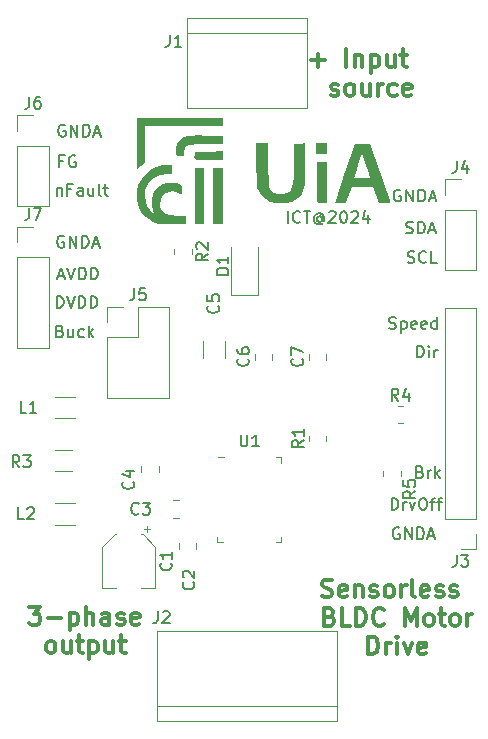
<source format=gbr>
%TF.GenerationSoftware,KiCad,Pcbnew,8.0.1*%
%TF.CreationDate,2024-05-23T13:33:55+02:00*%
%TF.ProjectId,focBLDCdrv,666f6342-4c44-4436-9472-762e6b696361,rev?*%
%TF.SameCoordinates,Original*%
%TF.FileFunction,Legend,Top*%
%TF.FilePolarity,Positive*%
%FSLAX46Y46*%
G04 Gerber Fmt 4.6, Leading zero omitted, Abs format (unit mm)*
G04 Created by KiCad (PCBNEW 8.0.1) date 2024-05-23 13:33:55*
%MOMM*%
%LPD*%
G01*
G04 APERTURE LIST*
%ADD10C,0.200000*%
%ADD11C,0.150000*%
%ADD12C,0.300000*%
%ADD13C,0.120000*%
%ADD14C,0.000000*%
G04 APERTURE END LIST*
D10*
X161709524Y-87704600D02*
X161852381Y-87752219D01*
X161852381Y-87752219D02*
X162090476Y-87752219D01*
X162090476Y-87752219D02*
X162185714Y-87704600D01*
X162185714Y-87704600D02*
X162233333Y-87656980D01*
X162233333Y-87656980D02*
X162280952Y-87561742D01*
X162280952Y-87561742D02*
X162280952Y-87466504D01*
X162280952Y-87466504D02*
X162233333Y-87371266D01*
X162233333Y-87371266D02*
X162185714Y-87323647D01*
X162185714Y-87323647D02*
X162090476Y-87276028D01*
X162090476Y-87276028D02*
X161900000Y-87228409D01*
X161900000Y-87228409D02*
X161804762Y-87180790D01*
X161804762Y-87180790D02*
X161757143Y-87133171D01*
X161757143Y-87133171D02*
X161709524Y-87037933D01*
X161709524Y-87037933D02*
X161709524Y-86942695D01*
X161709524Y-86942695D02*
X161757143Y-86847457D01*
X161757143Y-86847457D02*
X161804762Y-86799838D01*
X161804762Y-86799838D02*
X161900000Y-86752219D01*
X161900000Y-86752219D02*
X162138095Y-86752219D01*
X162138095Y-86752219D02*
X162280952Y-86799838D01*
X163280952Y-87656980D02*
X163233333Y-87704600D01*
X163233333Y-87704600D02*
X163090476Y-87752219D01*
X163090476Y-87752219D02*
X162995238Y-87752219D01*
X162995238Y-87752219D02*
X162852381Y-87704600D01*
X162852381Y-87704600D02*
X162757143Y-87609361D01*
X162757143Y-87609361D02*
X162709524Y-87514123D01*
X162709524Y-87514123D02*
X162661905Y-87323647D01*
X162661905Y-87323647D02*
X162661905Y-87180790D01*
X162661905Y-87180790D02*
X162709524Y-86990314D01*
X162709524Y-86990314D02*
X162757143Y-86895076D01*
X162757143Y-86895076D02*
X162852381Y-86799838D01*
X162852381Y-86799838D02*
X162995238Y-86752219D01*
X162995238Y-86752219D02*
X163090476Y-86752219D01*
X163090476Y-86752219D02*
X163233333Y-86799838D01*
X163233333Y-86799838D02*
X163280952Y-86847457D01*
X164185714Y-87752219D02*
X163709524Y-87752219D01*
X163709524Y-87752219D02*
X163709524Y-86752219D01*
X161109523Y-81599838D02*
X161014285Y-81552219D01*
X161014285Y-81552219D02*
X160871428Y-81552219D01*
X160871428Y-81552219D02*
X160728571Y-81599838D01*
X160728571Y-81599838D02*
X160633333Y-81695076D01*
X160633333Y-81695076D02*
X160585714Y-81790314D01*
X160585714Y-81790314D02*
X160538095Y-81980790D01*
X160538095Y-81980790D02*
X160538095Y-82123647D01*
X160538095Y-82123647D02*
X160585714Y-82314123D01*
X160585714Y-82314123D02*
X160633333Y-82409361D01*
X160633333Y-82409361D02*
X160728571Y-82504600D01*
X160728571Y-82504600D02*
X160871428Y-82552219D01*
X160871428Y-82552219D02*
X160966666Y-82552219D01*
X160966666Y-82552219D02*
X161109523Y-82504600D01*
X161109523Y-82504600D02*
X161157142Y-82456980D01*
X161157142Y-82456980D02*
X161157142Y-82123647D01*
X161157142Y-82123647D02*
X160966666Y-82123647D01*
X161585714Y-82552219D02*
X161585714Y-81552219D01*
X161585714Y-81552219D02*
X162157142Y-82552219D01*
X162157142Y-82552219D02*
X162157142Y-81552219D01*
X162633333Y-82552219D02*
X162633333Y-81552219D01*
X162633333Y-81552219D02*
X162871428Y-81552219D01*
X162871428Y-81552219D02*
X163014285Y-81599838D01*
X163014285Y-81599838D02*
X163109523Y-81695076D01*
X163109523Y-81695076D02*
X163157142Y-81790314D01*
X163157142Y-81790314D02*
X163204761Y-81980790D01*
X163204761Y-81980790D02*
X163204761Y-82123647D01*
X163204761Y-82123647D02*
X163157142Y-82314123D01*
X163157142Y-82314123D02*
X163109523Y-82409361D01*
X163109523Y-82409361D02*
X163014285Y-82504600D01*
X163014285Y-82504600D02*
X162871428Y-82552219D01*
X162871428Y-82552219D02*
X162633333Y-82552219D01*
X163585714Y-82266504D02*
X164061904Y-82266504D01*
X163490476Y-82552219D02*
X163823809Y-81552219D01*
X163823809Y-81552219D02*
X164157142Y-82552219D01*
D11*
X151571429Y-84354819D02*
X151571429Y-83354819D01*
X152619047Y-84259580D02*
X152571428Y-84307200D01*
X152571428Y-84307200D02*
X152428571Y-84354819D01*
X152428571Y-84354819D02*
X152333333Y-84354819D01*
X152333333Y-84354819D02*
X152190476Y-84307200D01*
X152190476Y-84307200D02*
X152095238Y-84211961D01*
X152095238Y-84211961D02*
X152047619Y-84116723D01*
X152047619Y-84116723D02*
X152000000Y-83926247D01*
X152000000Y-83926247D02*
X152000000Y-83783390D01*
X152000000Y-83783390D02*
X152047619Y-83592914D01*
X152047619Y-83592914D02*
X152095238Y-83497676D01*
X152095238Y-83497676D02*
X152190476Y-83402438D01*
X152190476Y-83402438D02*
X152333333Y-83354819D01*
X152333333Y-83354819D02*
X152428571Y-83354819D01*
X152428571Y-83354819D02*
X152571428Y-83402438D01*
X152571428Y-83402438D02*
X152619047Y-83450057D01*
X152904762Y-83354819D02*
X153476190Y-83354819D01*
X153190476Y-84354819D02*
X153190476Y-83354819D01*
X154428571Y-83878628D02*
X154380952Y-83831009D01*
X154380952Y-83831009D02*
X154285714Y-83783390D01*
X154285714Y-83783390D02*
X154190476Y-83783390D01*
X154190476Y-83783390D02*
X154095238Y-83831009D01*
X154095238Y-83831009D02*
X154047619Y-83878628D01*
X154047619Y-83878628D02*
X154000000Y-83973866D01*
X154000000Y-83973866D02*
X154000000Y-84069104D01*
X154000000Y-84069104D02*
X154047619Y-84164342D01*
X154047619Y-84164342D02*
X154095238Y-84211961D01*
X154095238Y-84211961D02*
X154190476Y-84259580D01*
X154190476Y-84259580D02*
X154285714Y-84259580D01*
X154285714Y-84259580D02*
X154380952Y-84211961D01*
X154380952Y-84211961D02*
X154428571Y-84164342D01*
X154428571Y-83783390D02*
X154428571Y-84164342D01*
X154428571Y-84164342D02*
X154476190Y-84211961D01*
X154476190Y-84211961D02*
X154523809Y-84211961D01*
X154523809Y-84211961D02*
X154619048Y-84164342D01*
X154619048Y-84164342D02*
X154666667Y-84069104D01*
X154666667Y-84069104D02*
X154666667Y-83831009D01*
X154666667Y-83831009D02*
X154571429Y-83688152D01*
X154571429Y-83688152D02*
X154428571Y-83592914D01*
X154428571Y-83592914D02*
X154238095Y-83545295D01*
X154238095Y-83545295D02*
X154047619Y-83592914D01*
X154047619Y-83592914D02*
X153904762Y-83688152D01*
X153904762Y-83688152D02*
X153809524Y-83831009D01*
X153809524Y-83831009D02*
X153761905Y-84021485D01*
X153761905Y-84021485D02*
X153809524Y-84211961D01*
X153809524Y-84211961D02*
X153904762Y-84354819D01*
X153904762Y-84354819D02*
X154047619Y-84450057D01*
X154047619Y-84450057D02*
X154238095Y-84497676D01*
X154238095Y-84497676D02*
X154428571Y-84450057D01*
X154428571Y-84450057D02*
X154571429Y-84354819D01*
X155047619Y-83450057D02*
X155095238Y-83402438D01*
X155095238Y-83402438D02*
X155190476Y-83354819D01*
X155190476Y-83354819D02*
X155428571Y-83354819D01*
X155428571Y-83354819D02*
X155523809Y-83402438D01*
X155523809Y-83402438D02*
X155571428Y-83450057D01*
X155571428Y-83450057D02*
X155619047Y-83545295D01*
X155619047Y-83545295D02*
X155619047Y-83640533D01*
X155619047Y-83640533D02*
X155571428Y-83783390D01*
X155571428Y-83783390D02*
X155000000Y-84354819D01*
X155000000Y-84354819D02*
X155619047Y-84354819D01*
X156238095Y-83354819D02*
X156333333Y-83354819D01*
X156333333Y-83354819D02*
X156428571Y-83402438D01*
X156428571Y-83402438D02*
X156476190Y-83450057D01*
X156476190Y-83450057D02*
X156523809Y-83545295D01*
X156523809Y-83545295D02*
X156571428Y-83735771D01*
X156571428Y-83735771D02*
X156571428Y-83973866D01*
X156571428Y-83973866D02*
X156523809Y-84164342D01*
X156523809Y-84164342D02*
X156476190Y-84259580D01*
X156476190Y-84259580D02*
X156428571Y-84307200D01*
X156428571Y-84307200D02*
X156333333Y-84354819D01*
X156333333Y-84354819D02*
X156238095Y-84354819D01*
X156238095Y-84354819D02*
X156142857Y-84307200D01*
X156142857Y-84307200D02*
X156095238Y-84259580D01*
X156095238Y-84259580D02*
X156047619Y-84164342D01*
X156047619Y-84164342D02*
X156000000Y-83973866D01*
X156000000Y-83973866D02*
X156000000Y-83735771D01*
X156000000Y-83735771D02*
X156047619Y-83545295D01*
X156047619Y-83545295D02*
X156095238Y-83450057D01*
X156095238Y-83450057D02*
X156142857Y-83402438D01*
X156142857Y-83402438D02*
X156238095Y-83354819D01*
X156952381Y-83450057D02*
X157000000Y-83402438D01*
X157000000Y-83402438D02*
X157095238Y-83354819D01*
X157095238Y-83354819D02*
X157333333Y-83354819D01*
X157333333Y-83354819D02*
X157428571Y-83402438D01*
X157428571Y-83402438D02*
X157476190Y-83450057D01*
X157476190Y-83450057D02*
X157523809Y-83545295D01*
X157523809Y-83545295D02*
X157523809Y-83640533D01*
X157523809Y-83640533D02*
X157476190Y-83783390D01*
X157476190Y-83783390D02*
X156904762Y-84354819D01*
X156904762Y-84354819D02*
X157523809Y-84354819D01*
X158380952Y-83688152D02*
X158380952Y-84354819D01*
X158142857Y-83307200D02*
X157904762Y-84021485D01*
X157904762Y-84021485D02*
X158523809Y-84021485D01*
X132004761Y-81388152D02*
X132004761Y-82054819D01*
X132004761Y-81483390D02*
X132052380Y-81435771D01*
X132052380Y-81435771D02*
X132147618Y-81388152D01*
X132147618Y-81388152D02*
X132290475Y-81388152D01*
X132290475Y-81388152D02*
X132385713Y-81435771D01*
X132385713Y-81435771D02*
X132433332Y-81531009D01*
X132433332Y-81531009D02*
X132433332Y-82054819D01*
X133242856Y-81531009D02*
X132909523Y-81531009D01*
X132909523Y-82054819D02*
X132909523Y-81054819D01*
X132909523Y-81054819D02*
X133385713Y-81054819D01*
X134195237Y-82054819D02*
X134195237Y-81531009D01*
X134195237Y-81531009D02*
X134147618Y-81435771D01*
X134147618Y-81435771D02*
X134052380Y-81388152D01*
X134052380Y-81388152D02*
X133861904Y-81388152D01*
X133861904Y-81388152D02*
X133766666Y-81435771D01*
X134195237Y-82007200D02*
X134099999Y-82054819D01*
X134099999Y-82054819D02*
X133861904Y-82054819D01*
X133861904Y-82054819D02*
X133766666Y-82007200D01*
X133766666Y-82007200D02*
X133719047Y-81911961D01*
X133719047Y-81911961D02*
X133719047Y-81816723D01*
X133719047Y-81816723D02*
X133766666Y-81721485D01*
X133766666Y-81721485D02*
X133861904Y-81673866D01*
X133861904Y-81673866D02*
X134099999Y-81673866D01*
X134099999Y-81673866D02*
X134195237Y-81626247D01*
X135099999Y-81388152D02*
X135099999Y-82054819D01*
X134671428Y-81388152D02*
X134671428Y-81911961D01*
X134671428Y-81911961D02*
X134719047Y-82007200D01*
X134719047Y-82007200D02*
X134814285Y-82054819D01*
X134814285Y-82054819D02*
X134957142Y-82054819D01*
X134957142Y-82054819D02*
X135052380Y-82007200D01*
X135052380Y-82007200D02*
X135099999Y-81959580D01*
X135719047Y-82054819D02*
X135623809Y-82007200D01*
X135623809Y-82007200D02*
X135576190Y-81911961D01*
X135576190Y-81911961D02*
X135576190Y-81054819D01*
X135957143Y-81388152D02*
X136338095Y-81388152D01*
X136100000Y-81054819D02*
X136100000Y-81911961D01*
X136100000Y-81911961D02*
X136147619Y-82007200D01*
X136147619Y-82007200D02*
X136242857Y-82054819D01*
X136242857Y-82054819D02*
X136338095Y-82054819D01*
D10*
X162490476Y-95752219D02*
X162490476Y-94752219D01*
X162490476Y-94752219D02*
X162728571Y-94752219D01*
X162728571Y-94752219D02*
X162871428Y-94799838D01*
X162871428Y-94799838D02*
X162966666Y-94895076D01*
X162966666Y-94895076D02*
X163014285Y-94990314D01*
X163014285Y-94990314D02*
X163061904Y-95180790D01*
X163061904Y-95180790D02*
X163061904Y-95323647D01*
X163061904Y-95323647D02*
X163014285Y-95514123D01*
X163014285Y-95514123D02*
X162966666Y-95609361D01*
X162966666Y-95609361D02*
X162871428Y-95704600D01*
X162871428Y-95704600D02*
X162728571Y-95752219D01*
X162728571Y-95752219D02*
X162490476Y-95752219D01*
X163490476Y-95752219D02*
X163490476Y-95085552D01*
X163490476Y-94752219D02*
X163442857Y-94799838D01*
X163442857Y-94799838D02*
X163490476Y-94847457D01*
X163490476Y-94847457D02*
X163538095Y-94799838D01*
X163538095Y-94799838D02*
X163490476Y-94752219D01*
X163490476Y-94752219D02*
X163490476Y-94847457D01*
X163966666Y-95752219D02*
X163966666Y-95085552D01*
X163966666Y-95276028D02*
X164014285Y-95180790D01*
X164014285Y-95180790D02*
X164061904Y-95133171D01*
X164061904Y-95133171D02*
X164157142Y-95085552D01*
X164157142Y-95085552D02*
X164252380Y-95085552D01*
X160152381Y-93304600D02*
X160295238Y-93352219D01*
X160295238Y-93352219D02*
X160533333Y-93352219D01*
X160533333Y-93352219D02*
X160628571Y-93304600D01*
X160628571Y-93304600D02*
X160676190Y-93256980D01*
X160676190Y-93256980D02*
X160723809Y-93161742D01*
X160723809Y-93161742D02*
X160723809Y-93066504D01*
X160723809Y-93066504D02*
X160676190Y-92971266D01*
X160676190Y-92971266D02*
X160628571Y-92923647D01*
X160628571Y-92923647D02*
X160533333Y-92876028D01*
X160533333Y-92876028D02*
X160342857Y-92828409D01*
X160342857Y-92828409D02*
X160247619Y-92780790D01*
X160247619Y-92780790D02*
X160200000Y-92733171D01*
X160200000Y-92733171D02*
X160152381Y-92637933D01*
X160152381Y-92637933D02*
X160152381Y-92542695D01*
X160152381Y-92542695D02*
X160200000Y-92447457D01*
X160200000Y-92447457D02*
X160247619Y-92399838D01*
X160247619Y-92399838D02*
X160342857Y-92352219D01*
X160342857Y-92352219D02*
X160580952Y-92352219D01*
X160580952Y-92352219D02*
X160723809Y-92399838D01*
X161152381Y-92685552D02*
X161152381Y-93685552D01*
X161152381Y-92733171D02*
X161247619Y-92685552D01*
X161247619Y-92685552D02*
X161438095Y-92685552D01*
X161438095Y-92685552D02*
X161533333Y-92733171D01*
X161533333Y-92733171D02*
X161580952Y-92780790D01*
X161580952Y-92780790D02*
X161628571Y-92876028D01*
X161628571Y-92876028D02*
X161628571Y-93161742D01*
X161628571Y-93161742D02*
X161580952Y-93256980D01*
X161580952Y-93256980D02*
X161533333Y-93304600D01*
X161533333Y-93304600D02*
X161438095Y-93352219D01*
X161438095Y-93352219D02*
X161247619Y-93352219D01*
X161247619Y-93352219D02*
X161152381Y-93304600D01*
X162438095Y-93304600D02*
X162342857Y-93352219D01*
X162342857Y-93352219D02*
X162152381Y-93352219D01*
X162152381Y-93352219D02*
X162057143Y-93304600D01*
X162057143Y-93304600D02*
X162009524Y-93209361D01*
X162009524Y-93209361D02*
X162009524Y-92828409D01*
X162009524Y-92828409D02*
X162057143Y-92733171D01*
X162057143Y-92733171D02*
X162152381Y-92685552D01*
X162152381Y-92685552D02*
X162342857Y-92685552D01*
X162342857Y-92685552D02*
X162438095Y-92733171D01*
X162438095Y-92733171D02*
X162485714Y-92828409D01*
X162485714Y-92828409D02*
X162485714Y-92923647D01*
X162485714Y-92923647D02*
X162009524Y-93018885D01*
X163295238Y-93304600D02*
X163200000Y-93352219D01*
X163200000Y-93352219D02*
X163009524Y-93352219D01*
X163009524Y-93352219D02*
X162914286Y-93304600D01*
X162914286Y-93304600D02*
X162866667Y-93209361D01*
X162866667Y-93209361D02*
X162866667Y-92828409D01*
X162866667Y-92828409D02*
X162914286Y-92733171D01*
X162914286Y-92733171D02*
X163009524Y-92685552D01*
X163009524Y-92685552D02*
X163200000Y-92685552D01*
X163200000Y-92685552D02*
X163295238Y-92733171D01*
X163295238Y-92733171D02*
X163342857Y-92828409D01*
X163342857Y-92828409D02*
X163342857Y-92923647D01*
X163342857Y-92923647D02*
X162866667Y-93018885D01*
X164200000Y-93352219D02*
X164200000Y-92352219D01*
X164200000Y-93304600D02*
X164104762Y-93352219D01*
X164104762Y-93352219D02*
X163914286Y-93352219D01*
X163914286Y-93352219D02*
X163819048Y-93304600D01*
X163819048Y-93304600D02*
X163771429Y-93256980D01*
X163771429Y-93256980D02*
X163723810Y-93161742D01*
X163723810Y-93161742D02*
X163723810Y-92876028D01*
X163723810Y-92876028D02*
X163771429Y-92780790D01*
X163771429Y-92780790D02*
X163819048Y-92733171D01*
X163819048Y-92733171D02*
X163914286Y-92685552D01*
X163914286Y-92685552D02*
X164104762Y-92685552D01*
X164104762Y-92685552D02*
X164200000Y-92733171D01*
X161585714Y-85204600D02*
X161728571Y-85252219D01*
X161728571Y-85252219D02*
X161966666Y-85252219D01*
X161966666Y-85252219D02*
X162061904Y-85204600D01*
X162061904Y-85204600D02*
X162109523Y-85156980D01*
X162109523Y-85156980D02*
X162157142Y-85061742D01*
X162157142Y-85061742D02*
X162157142Y-84966504D01*
X162157142Y-84966504D02*
X162109523Y-84871266D01*
X162109523Y-84871266D02*
X162061904Y-84823647D01*
X162061904Y-84823647D02*
X161966666Y-84776028D01*
X161966666Y-84776028D02*
X161776190Y-84728409D01*
X161776190Y-84728409D02*
X161680952Y-84680790D01*
X161680952Y-84680790D02*
X161633333Y-84633171D01*
X161633333Y-84633171D02*
X161585714Y-84537933D01*
X161585714Y-84537933D02*
X161585714Y-84442695D01*
X161585714Y-84442695D02*
X161633333Y-84347457D01*
X161633333Y-84347457D02*
X161680952Y-84299838D01*
X161680952Y-84299838D02*
X161776190Y-84252219D01*
X161776190Y-84252219D02*
X162014285Y-84252219D01*
X162014285Y-84252219D02*
X162157142Y-84299838D01*
X162585714Y-85252219D02*
X162585714Y-84252219D01*
X162585714Y-84252219D02*
X162823809Y-84252219D01*
X162823809Y-84252219D02*
X162966666Y-84299838D01*
X162966666Y-84299838D02*
X163061904Y-84395076D01*
X163061904Y-84395076D02*
X163109523Y-84490314D01*
X163109523Y-84490314D02*
X163157142Y-84680790D01*
X163157142Y-84680790D02*
X163157142Y-84823647D01*
X163157142Y-84823647D02*
X163109523Y-85014123D01*
X163109523Y-85014123D02*
X163061904Y-85109361D01*
X163061904Y-85109361D02*
X162966666Y-85204600D01*
X162966666Y-85204600D02*
X162823809Y-85252219D01*
X162823809Y-85252219D02*
X162585714Y-85252219D01*
X163538095Y-84966504D02*
X164014285Y-84966504D01*
X163442857Y-85252219D02*
X163776190Y-84252219D01*
X163776190Y-84252219D02*
X164109523Y-85252219D01*
D12*
X153535713Y-70599442D02*
X154678571Y-70599442D01*
X154107142Y-71170870D02*
X154107142Y-70028013D01*
X156535713Y-71170870D02*
X156535713Y-69670870D01*
X157249999Y-70170870D02*
X157249999Y-71170870D01*
X157249999Y-70313727D02*
X157321428Y-70242299D01*
X157321428Y-70242299D02*
X157464285Y-70170870D01*
X157464285Y-70170870D02*
X157678571Y-70170870D01*
X157678571Y-70170870D02*
X157821428Y-70242299D01*
X157821428Y-70242299D02*
X157892857Y-70385156D01*
X157892857Y-70385156D02*
X157892857Y-71170870D01*
X158607142Y-70170870D02*
X158607142Y-71670870D01*
X158607142Y-70242299D02*
X158750000Y-70170870D01*
X158750000Y-70170870D02*
X159035714Y-70170870D01*
X159035714Y-70170870D02*
X159178571Y-70242299D01*
X159178571Y-70242299D02*
X159250000Y-70313727D01*
X159250000Y-70313727D02*
X159321428Y-70456584D01*
X159321428Y-70456584D02*
X159321428Y-70885156D01*
X159321428Y-70885156D02*
X159250000Y-71028013D01*
X159250000Y-71028013D02*
X159178571Y-71099442D01*
X159178571Y-71099442D02*
X159035714Y-71170870D01*
X159035714Y-71170870D02*
X158750000Y-71170870D01*
X158750000Y-71170870D02*
X158607142Y-71099442D01*
X160607143Y-70170870D02*
X160607143Y-71170870D01*
X159964285Y-70170870D02*
X159964285Y-70956584D01*
X159964285Y-70956584D02*
X160035714Y-71099442D01*
X160035714Y-71099442D02*
X160178571Y-71170870D01*
X160178571Y-71170870D02*
X160392857Y-71170870D01*
X160392857Y-71170870D02*
X160535714Y-71099442D01*
X160535714Y-71099442D02*
X160607143Y-71028013D01*
X161107143Y-70170870D02*
X161678571Y-70170870D01*
X161321428Y-69670870D02*
X161321428Y-70956584D01*
X161321428Y-70956584D02*
X161392857Y-71099442D01*
X161392857Y-71099442D02*
X161535714Y-71170870D01*
X161535714Y-71170870D02*
X161678571Y-71170870D01*
X155214286Y-73514358D02*
X155357143Y-73585786D01*
X155357143Y-73585786D02*
X155642857Y-73585786D01*
X155642857Y-73585786D02*
X155785714Y-73514358D01*
X155785714Y-73514358D02*
X155857143Y-73371500D01*
X155857143Y-73371500D02*
X155857143Y-73300072D01*
X155857143Y-73300072D02*
X155785714Y-73157215D01*
X155785714Y-73157215D02*
X155642857Y-73085786D01*
X155642857Y-73085786D02*
X155428572Y-73085786D01*
X155428572Y-73085786D02*
X155285714Y-73014358D01*
X155285714Y-73014358D02*
X155214286Y-72871500D01*
X155214286Y-72871500D02*
X155214286Y-72800072D01*
X155214286Y-72800072D02*
X155285714Y-72657215D01*
X155285714Y-72657215D02*
X155428572Y-72585786D01*
X155428572Y-72585786D02*
X155642857Y-72585786D01*
X155642857Y-72585786D02*
X155785714Y-72657215D01*
X156714286Y-73585786D02*
X156571429Y-73514358D01*
X156571429Y-73514358D02*
X156500000Y-73442929D01*
X156500000Y-73442929D02*
X156428572Y-73300072D01*
X156428572Y-73300072D02*
X156428572Y-72871500D01*
X156428572Y-72871500D02*
X156500000Y-72728643D01*
X156500000Y-72728643D02*
X156571429Y-72657215D01*
X156571429Y-72657215D02*
X156714286Y-72585786D01*
X156714286Y-72585786D02*
X156928572Y-72585786D01*
X156928572Y-72585786D02*
X157071429Y-72657215D01*
X157071429Y-72657215D02*
X157142858Y-72728643D01*
X157142858Y-72728643D02*
X157214286Y-72871500D01*
X157214286Y-72871500D02*
X157214286Y-73300072D01*
X157214286Y-73300072D02*
X157142858Y-73442929D01*
X157142858Y-73442929D02*
X157071429Y-73514358D01*
X157071429Y-73514358D02*
X156928572Y-73585786D01*
X156928572Y-73585786D02*
X156714286Y-73585786D01*
X158500001Y-72585786D02*
X158500001Y-73585786D01*
X157857143Y-72585786D02*
X157857143Y-73371500D01*
X157857143Y-73371500D02*
X157928572Y-73514358D01*
X157928572Y-73514358D02*
X158071429Y-73585786D01*
X158071429Y-73585786D02*
X158285715Y-73585786D01*
X158285715Y-73585786D02*
X158428572Y-73514358D01*
X158428572Y-73514358D02*
X158500001Y-73442929D01*
X159214286Y-73585786D02*
X159214286Y-72585786D01*
X159214286Y-72871500D02*
X159285715Y-72728643D01*
X159285715Y-72728643D02*
X159357144Y-72657215D01*
X159357144Y-72657215D02*
X159500001Y-72585786D01*
X159500001Y-72585786D02*
X159642858Y-72585786D01*
X160785715Y-73514358D02*
X160642857Y-73585786D01*
X160642857Y-73585786D02*
X160357143Y-73585786D01*
X160357143Y-73585786D02*
X160214286Y-73514358D01*
X160214286Y-73514358D02*
X160142857Y-73442929D01*
X160142857Y-73442929D02*
X160071429Y-73300072D01*
X160071429Y-73300072D02*
X160071429Y-72871500D01*
X160071429Y-72871500D02*
X160142857Y-72728643D01*
X160142857Y-72728643D02*
X160214286Y-72657215D01*
X160214286Y-72657215D02*
X160357143Y-72585786D01*
X160357143Y-72585786D02*
X160642857Y-72585786D01*
X160642857Y-72585786D02*
X160785715Y-72657215D01*
X162000000Y-73514358D02*
X161857143Y-73585786D01*
X161857143Y-73585786D02*
X161571429Y-73585786D01*
X161571429Y-73585786D02*
X161428571Y-73514358D01*
X161428571Y-73514358D02*
X161357143Y-73371500D01*
X161357143Y-73371500D02*
X161357143Y-72800072D01*
X161357143Y-72800072D02*
X161428571Y-72657215D01*
X161428571Y-72657215D02*
X161571429Y-72585786D01*
X161571429Y-72585786D02*
X161857143Y-72585786D01*
X161857143Y-72585786D02*
X162000000Y-72657215D01*
X162000000Y-72657215D02*
X162071429Y-72800072D01*
X162071429Y-72800072D02*
X162071429Y-72942929D01*
X162071429Y-72942929D02*
X161357143Y-73085786D01*
D11*
X132133333Y-88869104D02*
X132609523Y-88869104D01*
X132038095Y-89154819D02*
X132371428Y-88154819D01*
X132371428Y-88154819D02*
X132704761Y-89154819D01*
X132895238Y-88154819D02*
X133228571Y-89154819D01*
X133228571Y-89154819D02*
X133561904Y-88154819D01*
X133895238Y-89154819D02*
X133895238Y-88154819D01*
X133895238Y-88154819D02*
X134133333Y-88154819D01*
X134133333Y-88154819D02*
X134276190Y-88202438D01*
X134276190Y-88202438D02*
X134371428Y-88297676D01*
X134371428Y-88297676D02*
X134419047Y-88392914D01*
X134419047Y-88392914D02*
X134466666Y-88583390D01*
X134466666Y-88583390D02*
X134466666Y-88726247D01*
X134466666Y-88726247D02*
X134419047Y-88916723D01*
X134419047Y-88916723D02*
X134371428Y-89011961D01*
X134371428Y-89011961D02*
X134276190Y-89107200D01*
X134276190Y-89107200D02*
X134133333Y-89154819D01*
X134133333Y-89154819D02*
X133895238Y-89154819D01*
X134895238Y-89154819D02*
X134895238Y-88154819D01*
X134895238Y-88154819D02*
X135133333Y-88154819D01*
X135133333Y-88154819D02*
X135276190Y-88202438D01*
X135276190Y-88202438D02*
X135371428Y-88297676D01*
X135371428Y-88297676D02*
X135419047Y-88392914D01*
X135419047Y-88392914D02*
X135466666Y-88583390D01*
X135466666Y-88583390D02*
X135466666Y-88726247D01*
X135466666Y-88726247D02*
X135419047Y-88916723D01*
X135419047Y-88916723D02*
X135371428Y-89011961D01*
X135371428Y-89011961D02*
X135276190Y-89107200D01*
X135276190Y-89107200D02*
X135133333Y-89154819D01*
X135133333Y-89154819D02*
X134895238Y-89154819D01*
D12*
X129685714Y-116870870D02*
X130614286Y-116870870D01*
X130614286Y-116870870D02*
X130114286Y-117442299D01*
X130114286Y-117442299D02*
X130328571Y-117442299D01*
X130328571Y-117442299D02*
X130471429Y-117513727D01*
X130471429Y-117513727D02*
X130542857Y-117585156D01*
X130542857Y-117585156D02*
X130614286Y-117728013D01*
X130614286Y-117728013D02*
X130614286Y-118085156D01*
X130614286Y-118085156D02*
X130542857Y-118228013D01*
X130542857Y-118228013D02*
X130471429Y-118299442D01*
X130471429Y-118299442D02*
X130328571Y-118370870D01*
X130328571Y-118370870D02*
X129900000Y-118370870D01*
X129900000Y-118370870D02*
X129757143Y-118299442D01*
X129757143Y-118299442D02*
X129685714Y-118228013D01*
X131257142Y-117799442D02*
X132400000Y-117799442D01*
X133114285Y-117370870D02*
X133114285Y-118870870D01*
X133114285Y-117442299D02*
X133257143Y-117370870D01*
X133257143Y-117370870D02*
X133542857Y-117370870D01*
X133542857Y-117370870D02*
X133685714Y-117442299D01*
X133685714Y-117442299D02*
X133757143Y-117513727D01*
X133757143Y-117513727D02*
X133828571Y-117656584D01*
X133828571Y-117656584D02*
X133828571Y-118085156D01*
X133828571Y-118085156D02*
X133757143Y-118228013D01*
X133757143Y-118228013D02*
X133685714Y-118299442D01*
X133685714Y-118299442D02*
X133542857Y-118370870D01*
X133542857Y-118370870D02*
X133257143Y-118370870D01*
X133257143Y-118370870D02*
X133114285Y-118299442D01*
X134471428Y-118370870D02*
X134471428Y-116870870D01*
X135114286Y-118370870D02*
X135114286Y-117585156D01*
X135114286Y-117585156D02*
X135042857Y-117442299D01*
X135042857Y-117442299D02*
X134900000Y-117370870D01*
X134900000Y-117370870D02*
X134685714Y-117370870D01*
X134685714Y-117370870D02*
X134542857Y-117442299D01*
X134542857Y-117442299D02*
X134471428Y-117513727D01*
X136471429Y-118370870D02*
X136471429Y-117585156D01*
X136471429Y-117585156D02*
X136400000Y-117442299D01*
X136400000Y-117442299D02*
X136257143Y-117370870D01*
X136257143Y-117370870D02*
X135971429Y-117370870D01*
X135971429Y-117370870D02*
X135828571Y-117442299D01*
X136471429Y-118299442D02*
X136328571Y-118370870D01*
X136328571Y-118370870D02*
X135971429Y-118370870D01*
X135971429Y-118370870D02*
X135828571Y-118299442D01*
X135828571Y-118299442D02*
X135757143Y-118156584D01*
X135757143Y-118156584D02*
X135757143Y-118013727D01*
X135757143Y-118013727D02*
X135828571Y-117870870D01*
X135828571Y-117870870D02*
X135971429Y-117799442D01*
X135971429Y-117799442D02*
X136328571Y-117799442D01*
X136328571Y-117799442D02*
X136471429Y-117728013D01*
X137114286Y-118299442D02*
X137257143Y-118370870D01*
X137257143Y-118370870D02*
X137542857Y-118370870D01*
X137542857Y-118370870D02*
X137685714Y-118299442D01*
X137685714Y-118299442D02*
X137757143Y-118156584D01*
X137757143Y-118156584D02*
X137757143Y-118085156D01*
X137757143Y-118085156D02*
X137685714Y-117942299D01*
X137685714Y-117942299D02*
X137542857Y-117870870D01*
X137542857Y-117870870D02*
X137328572Y-117870870D01*
X137328572Y-117870870D02*
X137185714Y-117799442D01*
X137185714Y-117799442D02*
X137114286Y-117656584D01*
X137114286Y-117656584D02*
X137114286Y-117585156D01*
X137114286Y-117585156D02*
X137185714Y-117442299D01*
X137185714Y-117442299D02*
X137328572Y-117370870D01*
X137328572Y-117370870D02*
X137542857Y-117370870D01*
X137542857Y-117370870D02*
X137685714Y-117442299D01*
X138971429Y-118299442D02*
X138828572Y-118370870D01*
X138828572Y-118370870D02*
X138542858Y-118370870D01*
X138542858Y-118370870D02*
X138400000Y-118299442D01*
X138400000Y-118299442D02*
X138328572Y-118156584D01*
X138328572Y-118156584D02*
X138328572Y-117585156D01*
X138328572Y-117585156D02*
X138400000Y-117442299D01*
X138400000Y-117442299D02*
X138542858Y-117370870D01*
X138542858Y-117370870D02*
X138828572Y-117370870D01*
X138828572Y-117370870D02*
X138971429Y-117442299D01*
X138971429Y-117442299D02*
X139042858Y-117585156D01*
X139042858Y-117585156D02*
X139042858Y-117728013D01*
X139042858Y-117728013D02*
X138328572Y-117870870D01*
X131399999Y-120785786D02*
X131257142Y-120714358D01*
X131257142Y-120714358D02*
X131185713Y-120642929D01*
X131185713Y-120642929D02*
X131114285Y-120500072D01*
X131114285Y-120500072D02*
X131114285Y-120071500D01*
X131114285Y-120071500D02*
X131185713Y-119928643D01*
X131185713Y-119928643D02*
X131257142Y-119857215D01*
X131257142Y-119857215D02*
X131399999Y-119785786D01*
X131399999Y-119785786D02*
X131614285Y-119785786D01*
X131614285Y-119785786D02*
X131757142Y-119857215D01*
X131757142Y-119857215D02*
X131828571Y-119928643D01*
X131828571Y-119928643D02*
X131899999Y-120071500D01*
X131899999Y-120071500D02*
X131899999Y-120500072D01*
X131899999Y-120500072D02*
X131828571Y-120642929D01*
X131828571Y-120642929D02*
X131757142Y-120714358D01*
X131757142Y-120714358D02*
X131614285Y-120785786D01*
X131614285Y-120785786D02*
X131399999Y-120785786D01*
X133185714Y-119785786D02*
X133185714Y-120785786D01*
X132542856Y-119785786D02*
X132542856Y-120571500D01*
X132542856Y-120571500D02*
X132614285Y-120714358D01*
X132614285Y-120714358D02*
X132757142Y-120785786D01*
X132757142Y-120785786D02*
X132971428Y-120785786D01*
X132971428Y-120785786D02*
X133114285Y-120714358D01*
X133114285Y-120714358D02*
X133185714Y-120642929D01*
X133685714Y-119785786D02*
X134257142Y-119785786D01*
X133899999Y-119285786D02*
X133899999Y-120571500D01*
X133899999Y-120571500D02*
X133971428Y-120714358D01*
X133971428Y-120714358D02*
X134114285Y-120785786D01*
X134114285Y-120785786D02*
X134257142Y-120785786D01*
X134757142Y-119785786D02*
X134757142Y-121285786D01*
X134757142Y-119857215D02*
X134900000Y-119785786D01*
X134900000Y-119785786D02*
X135185714Y-119785786D01*
X135185714Y-119785786D02*
X135328571Y-119857215D01*
X135328571Y-119857215D02*
X135400000Y-119928643D01*
X135400000Y-119928643D02*
X135471428Y-120071500D01*
X135471428Y-120071500D02*
X135471428Y-120500072D01*
X135471428Y-120500072D02*
X135400000Y-120642929D01*
X135400000Y-120642929D02*
X135328571Y-120714358D01*
X135328571Y-120714358D02*
X135185714Y-120785786D01*
X135185714Y-120785786D02*
X134900000Y-120785786D01*
X134900000Y-120785786D02*
X134757142Y-120714358D01*
X136757143Y-119785786D02*
X136757143Y-120785786D01*
X136114285Y-119785786D02*
X136114285Y-120571500D01*
X136114285Y-120571500D02*
X136185714Y-120714358D01*
X136185714Y-120714358D02*
X136328571Y-120785786D01*
X136328571Y-120785786D02*
X136542857Y-120785786D01*
X136542857Y-120785786D02*
X136685714Y-120714358D01*
X136685714Y-120714358D02*
X136757143Y-120642929D01*
X137257143Y-119785786D02*
X137828571Y-119785786D01*
X137471428Y-119285786D02*
X137471428Y-120571500D01*
X137471428Y-120571500D02*
X137542857Y-120714358D01*
X137542857Y-120714358D02*
X137685714Y-120785786D01*
X137685714Y-120785786D02*
X137828571Y-120785786D01*
D11*
X132542857Y-79131009D02*
X132209524Y-79131009D01*
X132209524Y-79654819D02*
X132209524Y-78654819D01*
X132209524Y-78654819D02*
X132685714Y-78654819D01*
X133590476Y-78702438D02*
X133495238Y-78654819D01*
X133495238Y-78654819D02*
X133352381Y-78654819D01*
X133352381Y-78654819D02*
X133209524Y-78702438D01*
X133209524Y-78702438D02*
X133114286Y-78797676D01*
X133114286Y-78797676D02*
X133066667Y-78892914D01*
X133066667Y-78892914D02*
X133019048Y-79083390D01*
X133019048Y-79083390D02*
X133019048Y-79226247D01*
X133019048Y-79226247D02*
X133066667Y-79416723D01*
X133066667Y-79416723D02*
X133114286Y-79511961D01*
X133114286Y-79511961D02*
X133209524Y-79607200D01*
X133209524Y-79607200D02*
X133352381Y-79654819D01*
X133352381Y-79654819D02*
X133447619Y-79654819D01*
X133447619Y-79654819D02*
X133590476Y-79607200D01*
X133590476Y-79607200D02*
X133638095Y-79559580D01*
X133638095Y-79559580D02*
X133638095Y-79226247D01*
X133638095Y-79226247D02*
X133447619Y-79226247D01*
X132009524Y-91554819D02*
X132009524Y-90554819D01*
X132009524Y-90554819D02*
X132247619Y-90554819D01*
X132247619Y-90554819D02*
X132390476Y-90602438D01*
X132390476Y-90602438D02*
X132485714Y-90697676D01*
X132485714Y-90697676D02*
X132533333Y-90792914D01*
X132533333Y-90792914D02*
X132580952Y-90983390D01*
X132580952Y-90983390D02*
X132580952Y-91126247D01*
X132580952Y-91126247D02*
X132533333Y-91316723D01*
X132533333Y-91316723D02*
X132485714Y-91411961D01*
X132485714Y-91411961D02*
X132390476Y-91507200D01*
X132390476Y-91507200D02*
X132247619Y-91554819D01*
X132247619Y-91554819D02*
X132009524Y-91554819D01*
X132866667Y-90554819D02*
X133200000Y-91554819D01*
X133200000Y-91554819D02*
X133533333Y-90554819D01*
X133866667Y-91554819D02*
X133866667Y-90554819D01*
X133866667Y-90554819D02*
X134104762Y-90554819D01*
X134104762Y-90554819D02*
X134247619Y-90602438D01*
X134247619Y-90602438D02*
X134342857Y-90697676D01*
X134342857Y-90697676D02*
X134390476Y-90792914D01*
X134390476Y-90792914D02*
X134438095Y-90983390D01*
X134438095Y-90983390D02*
X134438095Y-91126247D01*
X134438095Y-91126247D02*
X134390476Y-91316723D01*
X134390476Y-91316723D02*
X134342857Y-91411961D01*
X134342857Y-91411961D02*
X134247619Y-91507200D01*
X134247619Y-91507200D02*
X134104762Y-91554819D01*
X134104762Y-91554819D02*
X133866667Y-91554819D01*
X134866667Y-91554819D02*
X134866667Y-90554819D01*
X134866667Y-90554819D02*
X135104762Y-90554819D01*
X135104762Y-90554819D02*
X135247619Y-90602438D01*
X135247619Y-90602438D02*
X135342857Y-90697676D01*
X135342857Y-90697676D02*
X135390476Y-90792914D01*
X135390476Y-90792914D02*
X135438095Y-90983390D01*
X135438095Y-90983390D02*
X135438095Y-91126247D01*
X135438095Y-91126247D02*
X135390476Y-91316723D01*
X135390476Y-91316723D02*
X135342857Y-91411961D01*
X135342857Y-91411961D02*
X135247619Y-91507200D01*
X135247619Y-91507200D02*
X135104762Y-91554819D01*
X135104762Y-91554819D02*
X134866667Y-91554819D01*
D10*
X132609523Y-85499838D02*
X132514285Y-85452219D01*
X132514285Y-85452219D02*
X132371428Y-85452219D01*
X132371428Y-85452219D02*
X132228571Y-85499838D01*
X132228571Y-85499838D02*
X132133333Y-85595076D01*
X132133333Y-85595076D02*
X132085714Y-85690314D01*
X132085714Y-85690314D02*
X132038095Y-85880790D01*
X132038095Y-85880790D02*
X132038095Y-86023647D01*
X132038095Y-86023647D02*
X132085714Y-86214123D01*
X132085714Y-86214123D02*
X132133333Y-86309361D01*
X132133333Y-86309361D02*
X132228571Y-86404600D01*
X132228571Y-86404600D02*
X132371428Y-86452219D01*
X132371428Y-86452219D02*
X132466666Y-86452219D01*
X132466666Y-86452219D02*
X132609523Y-86404600D01*
X132609523Y-86404600D02*
X132657142Y-86356980D01*
X132657142Y-86356980D02*
X132657142Y-86023647D01*
X132657142Y-86023647D02*
X132466666Y-86023647D01*
X133085714Y-86452219D02*
X133085714Y-85452219D01*
X133085714Y-85452219D02*
X133657142Y-86452219D01*
X133657142Y-86452219D02*
X133657142Y-85452219D01*
X134133333Y-86452219D02*
X134133333Y-85452219D01*
X134133333Y-85452219D02*
X134371428Y-85452219D01*
X134371428Y-85452219D02*
X134514285Y-85499838D01*
X134514285Y-85499838D02*
X134609523Y-85595076D01*
X134609523Y-85595076D02*
X134657142Y-85690314D01*
X134657142Y-85690314D02*
X134704761Y-85880790D01*
X134704761Y-85880790D02*
X134704761Y-86023647D01*
X134704761Y-86023647D02*
X134657142Y-86214123D01*
X134657142Y-86214123D02*
X134609523Y-86309361D01*
X134609523Y-86309361D02*
X134514285Y-86404600D01*
X134514285Y-86404600D02*
X134371428Y-86452219D01*
X134371428Y-86452219D02*
X134133333Y-86452219D01*
X135085714Y-86166504D02*
X135561904Y-86166504D01*
X134990476Y-86452219D02*
X135323809Y-85452219D01*
X135323809Y-85452219D02*
X135657142Y-86452219D01*
X162757142Y-105428409D02*
X162899999Y-105476028D01*
X162899999Y-105476028D02*
X162947618Y-105523647D01*
X162947618Y-105523647D02*
X162995237Y-105618885D01*
X162995237Y-105618885D02*
X162995237Y-105761742D01*
X162995237Y-105761742D02*
X162947618Y-105856980D01*
X162947618Y-105856980D02*
X162899999Y-105904600D01*
X162899999Y-105904600D02*
X162804761Y-105952219D01*
X162804761Y-105952219D02*
X162423809Y-105952219D01*
X162423809Y-105952219D02*
X162423809Y-104952219D01*
X162423809Y-104952219D02*
X162757142Y-104952219D01*
X162757142Y-104952219D02*
X162852380Y-104999838D01*
X162852380Y-104999838D02*
X162899999Y-105047457D01*
X162899999Y-105047457D02*
X162947618Y-105142695D01*
X162947618Y-105142695D02*
X162947618Y-105237933D01*
X162947618Y-105237933D02*
X162899999Y-105333171D01*
X162899999Y-105333171D02*
X162852380Y-105380790D01*
X162852380Y-105380790D02*
X162757142Y-105428409D01*
X162757142Y-105428409D02*
X162423809Y-105428409D01*
X163423809Y-105952219D02*
X163423809Y-105285552D01*
X163423809Y-105476028D02*
X163471428Y-105380790D01*
X163471428Y-105380790D02*
X163519047Y-105333171D01*
X163519047Y-105333171D02*
X163614285Y-105285552D01*
X163614285Y-105285552D02*
X163709523Y-105285552D01*
X164042857Y-105952219D02*
X164042857Y-104952219D01*
X164138095Y-105571266D02*
X164423809Y-105952219D01*
X164423809Y-105285552D02*
X164042857Y-105666504D01*
D11*
X132285714Y-93531009D02*
X132428571Y-93578628D01*
X132428571Y-93578628D02*
X132476190Y-93626247D01*
X132476190Y-93626247D02*
X132523809Y-93721485D01*
X132523809Y-93721485D02*
X132523809Y-93864342D01*
X132523809Y-93864342D02*
X132476190Y-93959580D01*
X132476190Y-93959580D02*
X132428571Y-94007200D01*
X132428571Y-94007200D02*
X132333333Y-94054819D01*
X132333333Y-94054819D02*
X131952381Y-94054819D01*
X131952381Y-94054819D02*
X131952381Y-93054819D01*
X131952381Y-93054819D02*
X132285714Y-93054819D01*
X132285714Y-93054819D02*
X132380952Y-93102438D01*
X132380952Y-93102438D02*
X132428571Y-93150057D01*
X132428571Y-93150057D02*
X132476190Y-93245295D01*
X132476190Y-93245295D02*
X132476190Y-93340533D01*
X132476190Y-93340533D02*
X132428571Y-93435771D01*
X132428571Y-93435771D02*
X132380952Y-93483390D01*
X132380952Y-93483390D02*
X132285714Y-93531009D01*
X132285714Y-93531009D02*
X131952381Y-93531009D01*
X133380952Y-93388152D02*
X133380952Y-94054819D01*
X132952381Y-93388152D02*
X132952381Y-93911961D01*
X132952381Y-93911961D02*
X133000000Y-94007200D01*
X133000000Y-94007200D02*
X133095238Y-94054819D01*
X133095238Y-94054819D02*
X133238095Y-94054819D01*
X133238095Y-94054819D02*
X133333333Y-94007200D01*
X133333333Y-94007200D02*
X133380952Y-93959580D01*
X134285714Y-94007200D02*
X134190476Y-94054819D01*
X134190476Y-94054819D02*
X134000000Y-94054819D01*
X134000000Y-94054819D02*
X133904762Y-94007200D01*
X133904762Y-94007200D02*
X133857143Y-93959580D01*
X133857143Y-93959580D02*
X133809524Y-93864342D01*
X133809524Y-93864342D02*
X133809524Y-93578628D01*
X133809524Y-93578628D02*
X133857143Y-93483390D01*
X133857143Y-93483390D02*
X133904762Y-93435771D01*
X133904762Y-93435771D02*
X134000000Y-93388152D01*
X134000000Y-93388152D02*
X134190476Y-93388152D01*
X134190476Y-93388152D02*
X134285714Y-93435771D01*
X134714286Y-94054819D02*
X134714286Y-93054819D01*
X134809524Y-93673866D02*
X135095238Y-94054819D01*
X135095238Y-93388152D02*
X134714286Y-93769104D01*
D12*
X154478572Y-115991984D02*
X154692858Y-116063412D01*
X154692858Y-116063412D02*
X155050000Y-116063412D01*
X155050000Y-116063412D02*
X155192858Y-115991984D01*
X155192858Y-115991984D02*
X155264286Y-115920555D01*
X155264286Y-115920555D02*
X155335715Y-115777698D01*
X155335715Y-115777698D02*
X155335715Y-115634841D01*
X155335715Y-115634841D02*
X155264286Y-115491984D01*
X155264286Y-115491984D02*
X155192858Y-115420555D01*
X155192858Y-115420555D02*
X155050000Y-115349126D01*
X155050000Y-115349126D02*
X154764286Y-115277698D01*
X154764286Y-115277698D02*
X154621429Y-115206269D01*
X154621429Y-115206269D02*
X154550000Y-115134841D01*
X154550000Y-115134841D02*
X154478572Y-114991984D01*
X154478572Y-114991984D02*
X154478572Y-114849126D01*
X154478572Y-114849126D02*
X154550000Y-114706269D01*
X154550000Y-114706269D02*
X154621429Y-114634841D01*
X154621429Y-114634841D02*
X154764286Y-114563412D01*
X154764286Y-114563412D02*
X155121429Y-114563412D01*
X155121429Y-114563412D02*
X155335715Y-114634841D01*
X156550000Y-115991984D02*
X156407143Y-116063412D01*
X156407143Y-116063412D02*
X156121429Y-116063412D01*
X156121429Y-116063412D02*
X155978571Y-115991984D01*
X155978571Y-115991984D02*
X155907143Y-115849126D01*
X155907143Y-115849126D02*
X155907143Y-115277698D01*
X155907143Y-115277698D02*
X155978571Y-115134841D01*
X155978571Y-115134841D02*
X156121429Y-115063412D01*
X156121429Y-115063412D02*
X156407143Y-115063412D01*
X156407143Y-115063412D02*
X156550000Y-115134841D01*
X156550000Y-115134841D02*
X156621429Y-115277698D01*
X156621429Y-115277698D02*
X156621429Y-115420555D01*
X156621429Y-115420555D02*
X155907143Y-115563412D01*
X157264285Y-115063412D02*
X157264285Y-116063412D01*
X157264285Y-115206269D02*
X157335714Y-115134841D01*
X157335714Y-115134841D02*
X157478571Y-115063412D01*
X157478571Y-115063412D02*
X157692857Y-115063412D01*
X157692857Y-115063412D02*
X157835714Y-115134841D01*
X157835714Y-115134841D02*
X157907143Y-115277698D01*
X157907143Y-115277698D02*
X157907143Y-116063412D01*
X158550000Y-115991984D02*
X158692857Y-116063412D01*
X158692857Y-116063412D02*
X158978571Y-116063412D01*
X158978571Y-116063412D02*
X159121428Y-115991984D01*
X159121428Y-115991984D02*
X159192857Y-115849126D01*
X159192857Y-115849126D02*
X159192857Y-115777698D01*
X159192857Y-115777698D02*
X159121428Y-115634841D01*
X159121428Y-115634841D02*
X158978571Y-115563412D01*
X158978571Y-115563412D02*
X158764286Y-115563412D01*
X158764286Y-115563412D02*
X158621428Y-115491984D01*
X158621428Y-115491984D02*
X158550000Y-115349126D01*
X158550000Y-115349126D02*
X158550000Y-115277698D01*
X158550000Y-115277698D02*
X158621428Y-115134841D01*
X158621428Y-115134841D02*
X158764286Y-115063412D01*
X158764286Y-115063412D02*
X158978571Y-115063412D01*
X158978571Y-115063412D02*
X159121428Y-115134841D01*
X160050000Y-116063412D02*
X159907143Y-115991984D01*
X159907143Y-115991984D02*
X159835714Y-115920555D01*
X159835714Y-115920555D02*
X159764286Y-115777698D01*
X159764286Y-115777698D02*
X159764286Y-115349126D01*
X159764286Y-115349126D02*
X159835714Y-115206269D01*
X159835714Y-115206269D02*
X159907143Y-115134841D01*
X159907143Y-115134841D02*
X160050000Y-115063412D01*
X160050000Y-115063412D02*
X160264286Y-115063412D01*
X160264286Y-115063412D02*
X160407143Y-115134841D01*
X160407143Y-115134841D02*
X160478572Y-115206269D01*
X160478572Y-115206269D02*
X160550000Y-115349126D01*
X160550000Y-115349126D02*
X160550000Y-115777698D01*
X160550000Y-115777698D02*
X160478572Y-115920555D01*
X160478572Y-115920555D02*
X160407143Y-115991984D01*
X160407143Y-115991984D02*
X160264286Y-116063412D01*
X160264286Y-116063412D02*
X160050000Y-116063412D01*
X161192857Y-116063412D02*
X161192857Y-115063412D01*
X161192857Y-115349126D02*
X161264286Y-115206269D01*
X161264286Y-115206269D02*
X161335715Y-115134841D01*
X161335715Y-115134841D02*
X161478572Y-115063412D01*
X161478572Y-115063412D02*
X161621429Y-115063412D01*
X162335714Y-116063412D02*
X162192857Y-115991984D01*
X162192857Y-115991984D02*
X162121428Y-115849126D01*
X162121428Y-115849126D02*
X162121428Y-114563412D01*
X163478571Y-115991984D02*
X163335714Y-116063412D01*
X163335714Y-116063412D02*
X163050000Y-116063412D01*
X163050000Y-116063412D02*
X162907142Y-115991984D01*
X162907142Y-115991984D02*
X162835714Y-115849126D01*
X162835714Y-115849126D02*
X162835714Y-115277698D01*
X162835714Y-115277698D02*
X162907142Y-115134841D01*
X162907142Y-115134841D02*
X163050000Y-115063412D01*
X163050000Y-115063412D02*
X163335714Y-115063412D01*
X163335714Y-115063412D02*
X163478571Y-115134841D01*
X163478571Y-115134841D02*
X163550000Y-115277698D01*
X163550000Y-115277698D02*
X163550000Y-115420555D01*
X163550000Y-115420555D02*
X162835714Y-115563412D01*
X164121428Y-115991984D02*
X164264285Y-116063412D01*
X164264285Y-116063412D02*
X164549999Y-116063412D01*
X164549999Y-116063412D02*
X164692856Y-115991984D01*
X164692856Y-115991984D02*
X164764285Y-115849126D01*
X164764285Y-115849126D02*
X164764285Y-115777698D01*
X164764285Y-115777698D02*
X164692856Y-115634841D01*
X164692856Y-115634841D02*
X164549999Y-115563412D01*
X164549999Y-115563412D02*
X164335714Y-115563412D01*
X164335714Y-115563412D02*
X164192856Y-115491984D01*
X164192856Y-115491984D02*
X164121428Y-115349126D01*
X164121428Y-115349126D02*
X164121428Y-115277698D01*
X164121428Y-115277698D02*
X164192856Y-115134841D01*
X164192856Y-115134841D02*
X164335714Y-115063412D01*
X164335714Y-115063412D02*
X164549999Y-115063412D01*
X164549999Y-115063412D02*
X164692856Y-115134841D01*
X165335714Y-115991984D02*
X165478571Y-116063412D01*
X165478571Y-116063412D02*
X165764285Y-116063412D01*
X165764285Y-116063412D02*
X165907142Y-115991984D01*
X165907142Y-115991984D02*
X165978571Y-115849126D01*
X165978571Y-115849126D02*
X165978571Y-115777698D01*
X165978571Y-115777698D02*
X165907142Y-115634841D01*
X165907142Y-115634841D02*
X165764285Y-115563412D01*
X165764285Y-115563412D02*
X165550000Y-115563412D01*
X165550000Y-115563412D02*
X165407142Y-115491984D01*
X165407142Y-115491984D02*
X165335714Y-115349126D01*
X165335714Y-115349126D02*
X165335714Y-115277698D01*
X165335714Y-115277698D02*
X165407142Y-115134841D01*
X165407142Y-115134841D02*
X165550000Y-115063412D01*
X165550000Y-115063412D02*
X165764285Y-115063412D01*
X165764285Y-115063412D02*
X165907142Y-115134841D01*
X155121428Y-117692614D02*
X155335714Y-117764042D01*
X155335714Y-117764042D02*
X155407143Y-117835471D01*
X155407143Y-117835471D02*
X155478571Y-117978328D01*
X155478571Y-117978328D02*
X155478571Y-118192614D01*
X155478571Y-118192614D02*
X155407143Y-118335471D01*
X155407143Y-118335471D02*
X155335714Y-118406900D01*
X155335714Y-118406900D02*
X155192857Y-118478328D01*
X155192857Y-118478328D02*
X154621428Y-118478328D01*
X154621428Y-118478328D02*
X154621428Y-116978328D01*
X154621428Y-116978328D02*
X155121428Y-116978328D01*
X155121428Y-116978328D02*
X155264286Y-117049757D01*
X155264286Y-117049757D02*
X155335714Y-117121185D01*
X155335714Y-117121185D02*
X155407143Y-117264042D01*
X155407143Y-117264042D02*
X155407143Y-117406900D01*
X155407143Y-117406900D02*
X155335714Y-117549757D01*
X155335714Y-117549757D02*
X155264286Y-117621185D01*
X155264286Y-117621185D02*
X155121428Y-117692614D01*
X155121428Y-117692614D02*
X154621428Y-117692614D01*
X156835714Y-118478328D02*
X156121428Y-118478328D01*
X156121428Y-118478328D02*
X156121428Y-116978328D01*
X157335714Y-118478328D02*
X157335714Y-116978328D01*
X157335714Y-116978328D02*
X157692857Y-116978328D01*
X157692857Y-116978328D02*
X157907143Y-117049757D01*
X157907143Y-117049757D02*
X158050000Y-117192614D01*
X158050000Y-117192614D02*
X158121429Y-117335471D01*
X158121429Y-117335471D02*
X158192857Y-117621185D01*
X158192857Y-117621185D02*
X158192857Y-117835471D01*
X158192857Y-117835471D02*
X158121429Y-118121185D01*
X158121429Y-118121185D02*
X158050000Y-118264042D01*
X158050000Y-118264042D02*
X157907143Y-118406900D01*
X157907143Y-118406900D02*
X157692857Y-118478328D01*
X157692857Y-118478328D02*
X157335714Y-118478328D01*
X159692857Y-118335471D02*
X159621429Y-118406900D01*
X159621429Y-118406900D02*
X159407143Y-118478328D01*
X159407143Y-118478328D02*
X159264286Y-118478328D01*
X159264286Y-118478328D02*
X159050000Y-118406900D01*
X159050000Y-118406900D02*
X158907143Y-118264042D01*
X158907143Y-118264042D02*
X158835714Y-118121185D01*
X158835714Y-118121185D02*
X158764286Y-117835471D01*
X158764286Y-117835471D02*
X158764286Y-117621185D01*
X158764286Y-117621185D02*
X158835714Y-117335471D01*
X158835714Y-117335471D02*
X158907143Y-117192614D01*
X158907143Y-117192614D02*
X159050000Y-117049757D01*
X159050000Y-117049757D02*
X159264286Y-116978328D01*
X159264286Y-116978328D02*
X159407143Y-116978328D01*
X159407143Y-116978328D02*
X159621429Y-117049757D01*
X159621429Y-117049757D02*
X159692857Y-117121185D01*
X161478571Y-118478328D02*
X161478571Y-116978328D01*
X161478571Y-116978328D02*
X161978571Y-118049757D01*
X161978571Y-118049757D02*
X162478571Y-116978328D01*
X162478571Y-116978328D02*
X162478571Y-118478328D01*
X163407143Y-118478328D02*
X163264286Y-118406900D01*
X163264286Y-118406900D02*
X163192857Y-118335471D01*
X163192857Y-118335471D02*
X163121429Y-118192614D01*
X163121429Y-118192614D02*
X163121429Y-117764042D01*
X163121429Y-117764042D02*
X163192857Y-117621185D01*
X163192857Y-117621185D02*
X163264286Y-117549757D01*
X163264286Y-117549757D02*
X163407143Y-117478328D01*
X163407143Y-117478328D02*
X163621429Y-117478328D01*
X163621429Y-117478328D02*
X163764286Y-117549757D01*
X163764286Y-117549757D02*
X163835715Y-117621185D01*
X163835715Y-117621185D02*
X163907143Y-117764042D01*
X163907143Y-117764042D02*
X163907143Y-118192614D01*
X163907143Y-118192614D02*
X163835715Y-118335471D01*
X163835715Y-118335471D02*
X163764286Y-118406900D01*
X163764286Y-118406900D02*
X163621429Y-118478328D01*
X163621429Y-118478328D02*
X163407143Y-118478328D01*
X164335715Y-117478328D02*
X164907143Y-117478328D01*
X164550000Y-116978328D02*
X164550000Y-118264042D01*
X164550000Y-118264042D02*
X164621429Y-118406900D01*
X164621429Y-118406900D02*
X164764286Y-118478328D01*
X164764286Y-118478328D02*
X164907143Y-118478328D01*
X165621429Y-118478328D02*
X165478572Y-118406900D01*
X165478572Y-118406900D02*
X165407143Y-118335471D01*
X165407143Y-118335471D02*
X165335715Y-118192614D01*
X165335715Y-118192614D02*
X165335715Y-117764042D01*
X165335715Y-117764042D02*
X165407143Y-117621185D01*
X165407143Y-117621185D02*
X165478572Y-117549757D01*
X165478572Y-117549757D02*
X165621429Y-117478328D01*
X165621429Y-117478328D02*
X165835715Y-117478328D01*
X165835715Y-117478328D02*
X165978572Y-117549757D01*
X165978572Y-117549757D02*
X166050001Y-117621185D01*
X166050001Y-117621185D02*
X166121429Y-117764042D01*
X166121429Y-117764042D02*
X166121429Y-118192614D01*
X166121429Y-118192614D02*
X166050001Y-118335471D01*
X166050001Y-118335471D02*
X165978572Y-118406900D01*
X165978572Y-118406900D02*
X165835715Y-118478328D01*
X165835715Y-118478328D02*
X165621429Y-118478328D01*
X166764286Y-118478328D02*
X166764286Y-117478328D01*
X166764286Y-117764042D02*
X166835715Y-117621185D01*
X166835715Y-117621185D02*
X166907144Y-117549757D01*
X166907144Y-117549757D02*
X167050001Y-117478328D01*
X167050001Y-117478328D02*
X167192858Y-117478328D01*
X158371428Y-120893244D02*
X158371428Y-119393244D01*
X158371428Y-119393244D02*
X158728571Y-119393244D01*
X158728571Y-119393244D02*
X158942857Y-119464673D01*
X158942857Y-119464673D02*
X159085714Y-119607530D01*
X159085714Y-119607530D02*
X159157143Y-119750387D01*
X159157143Y-119750387D02*
X159228571Y-120036101D01*
X159228571Y-120036101D02*
X159228571Y-120250387D01*
X159228571Y-120250387D02*
X159157143Y-120536101D01*
X159157143Y-120536101D02*
X159085714Y-120678958D01*
X159085714Y-120678958D02*
X158942857Y-120821816D01*
X158942857Y-120821816D02*
X158728571Y-120893244D01*
X158728571Y-120893244D02*
X158371428Y-120893244D01*
X159871428Y-120893244D02*
X159871428Y-119893244D01*
X159871428Y-120178958D02*
X159942857Y-120036101D01*
X159942857Y-120036101D02*
X160014286Y-119964673D01*
X160014286Y-119964673D02*
X160157143Y-119893244D01*
X160157143Y-119893244D02*
X160300000Y-119893244D01*
X160799999Y-120893244D02*
X160799999Y-119893244D01*
X160799999Y-119393244D02*
X160728571Y-119464673D01*
X160728571Y-119464673D02*
X160799999Y-119536101D01*
X160799999Y-119536101D02*
X160871428Y-119464673D01*
X160871428Y-119464673D02*
X160799999Y-119393244D01*
X160799999Y-119393244D02*
X160799999Y-119536101D01*
X161371428Y-119893244D02*
X161728571Y-120893244D01*
X161728571Y-120893244D02*
X162085714Y-119893244D01*
X163228571Y-120821816D02*
X163085714Y-120893244D01*
X163085714Y-120893244D02*
X162800000Y-120893244D01*
X162800000Y-120893244D02*
X162657142Y-120821816D01*
X162657142Y-120821816D02*
X162585714Y-120678958D01*
X162585714Y-120678958D02*
X162585714Y-120107530D01*
X162585714Y-120107530D02*
X162657142Y-119964673D01*
X162657142Y-119964673D02*
X162800000Y-119893244D01*
X162800000Y-119893244D02*
X163085714Y-119893244D01*
X163085714Y-119893244D02*
X163228571Y-119964673D01*
X163228571Y-119964673D02*
X163300000Y-120107530D01*
X163300000Y-120107530D02*
X163300000Y-120250387D01*
X163300000Y-120250387D02*
X162585714Y-120393244D01*
D10*
X132709523Y-76099838D02*
X132614285Y-76052219D01*
X132614285Y-76052219D02*
X132471428Y-76052219D01*
X132471428Y-76052219D02*
X132328571Y-76099838D01*
X132328571Y-76099838D02*
X132233333Y-76195076D01*
X132233333Y-76195076D02*
X132185714Y-76290314D01*
X132185714Y-76290314D02*
X132138095Y-76480790D01*
X132138095Y-76480790D02*
X132138095Y-76623647D01*
X132138095Y-76623647D02*
X132185714Y-76814123D01*
X132185714Y-76814123D02*
X132233333Y-76909361D01*
X132233333Y-76909361D02*
X132328571Y-77004600D01*
X132328571Y-77004600D02*
X132471428Y-77052219D01*
X132471428Y-77052219D02*
X132566666Y-77052219D01*
X132566666Y-77052219D02*
X132709523Y-77004600D01*
X132709523Y-77004600D02*
X132757142Y-76956980D01*
X132757142Y-76956980D02*
X132757142Y-76623647D01*
X132757142Y-76623647D02*
X132566666Y-76623647D01*
X133185714Y-77052219D02*
X133185714Y-76052219D01*
X133185714Y-76052219D02*
X133757142Y-77052219D01*
X133757142Y-77052219D02*
X133757142Y-76052219D01*
X134233333Y-77052219D02*
X134233333Y-76052219D01*
X134233333Y-76052219D02*
X134471428Y-76052219D01*
X134471428Y-76052219D02*
X134614285Y-76099838D01*
X134614285Y-76099838D02*
X134709523Y-76195076D01*
X134709523Y-76195076D02*
X134757142Y-76290314D01*
X134757142Y-76290314D02*
X134804761Y-76480790D01*
X134804761Y-76480790D02*
X134804761Y-76623647D01*
X134804761Y-76623647D02*
X134757142Y-76814123D01*
X134757142Y-76814123D02*
X134709523Y-76909361D01*
X134709523Y-76909361D02*
X134614285Y-77004600D01*
X134614285Y-77004600D02*
X134471428Y-77052219D01*
X134471428Y-77052219D02*
X134233333Y-77052219D01*
X135185714Y-76766504D02*
X135661904Y-76766504D01*
X135090476Y-77052219D02*
X135423809Y-76052219D01*
X135423809Y-76052219D02*
X135757142Y-77052219D01*
X161009523Y-110199838D02*
X160914285Y-110152219D01*
X160914285Y-110152219D02*
X160771428Y-110152219D01*
X160771428Y-110152219D02*
X160628571Y-110199838D01*
X160628571Y-110199838D02*
X160533333Y-110295076D01*
X160533333Y-110295076D02*
X160485714Y-110390314D01*
X160485714Y-110390314D02*
X160438095Y-110580790D01*
X160438095Y-110580790D02*
X160438095Y-110723647D01*
X160438095Y-110723647D02*
X160485714Y-110914123D01*
X160485714Y-110914123D02*
X160533333Y-111009361D01*
X160533333Y-111009361D02*
X160628571Y-111104600D01*
X160628571Y-111104600D02*
X160771428Y-111152219D01*
X160771428Y-111152219D02*
X160866666Y-111152219D01*
X160866666Y-111152219D02*
X161009523Y-111104600D01*
X161009523Y-111104600D02*
X161057142Y-111056980D01*
X161057142Y-111056980D02*
X161057142Y-110723647D01*
X161057142Y-110723647D02*
X160866666Y-110723647D01*
X161485714Y-111152219D02*
X161485714Y-110152219D01*
X161485714Y-110152219D02*
X162057142Y-111152219D01*
X162057142Y-111152219D02*
X162057142Y-110152219D01*
X162533333Y-111152219D02*
X162533333Y-110152219D01*
X162533333Y-110152219D02*
X162771428Y-110152219D01*
X162771428Y-110152219D02*
X162914285Y-110199838D01*
X162914285Y-110199838D02*
X163009523Y-110295076D01*
X163009523Y-110295076D02*
X163057142Y-110390314D01*
X163057142Y-110390314D02*
X163104761Y-110580790D01*
X163104761Y-110580790D02*
X163104761Y-110723647D01*
X163104761Y-110723647D02*
X163057142Y-110914123D01*
X163057142Y-110914123D02*
X163009523Y-111009361D01*
X163009523Y-111009361D02*
X162914285Y-111104600D01*
X162914285Y-111104600D02*
X162771428Y-111152219D01*
X162771428Y-111152219D02*
X162533333Y-111152219D01*
X163485714Y-110866504D02*
X163961904Y-110866504D01*
X163390476Y-111152219D02*
X163723809Y-110152219D01*
X163723809Y-110152219D02*
X164057142Y-111152219D01*
X160352380Y-108652219D02*
X160352380Y-107652219D01*
X160352380Y-107652219D02*
X160590475Y-107652219D01*
X160590475Y-107652219D02*
X160733332Y-107699838D01*
X160733332Y-107699838D02*
X160828570Y-107795076D01*
X160828570Y-107795076D02*
X160876189Y-107890314D01*
X160876189Y-107890314D02*
X160923808Y-108080790D01*
X160923808Y-108080790D02*
X160923808Y-108223647D01*
X160923808Y-108223647D02*
X160876189Y-108414123D01*
X160876189Y-108414123D02*
X160828570Y-108509361D01*
X160828570Y-108509361D02*
X160733332Y-108604600D01*
X160733332Y-108604600D02*
X160590475Y-108652219D01*
X160590475Y-108652219D02*
X160352380Y-108652219D01*
X161352380Y-108652219D02*
X161352380Y-107985552D01*
X161352380Y-108176028D02*
X161399999Y-108080790D01*
X161399999Y-108080790D02*
X161447618Y-108033171D01*
X161447618Y-108033171D02*
X161542856Y-107985552D01*
X161542856Y-107985552D02*
X161638094Y-107985552D01*
X161876190Y-107985552D02*
X162114285Y-108652219D01*
X162114285Y-108652219D02*
X162352380Y-107985552D01*
X162923809Y-107652219D02*
X163114285Y-107652219D01*
X163114285Y-107652219D02*
X163209523Y-107699838D01*
X163209523Y-107699838D02*
X163304761Y-107795076D01*
X163304761Y-107795076D02*
X163352380Y-107985552D01*
X163352380Y-107985552D02*
X163352380Y-108318885D01*
X163352380Y-108318885D02*
X163304761Y-108509361D01*
X163304761Y-108509361D02*
X163209523Y-108604600D01*
X163209523Y-108604600D02*
X163114285Y-108652219D01*
X163114285Y-108652219D02*
X162923809Y-108652219D01*
X162923809Y-108652219D02*
X162828571Y-108604600D01*
X162828571Y-108604600D02*
X162733333Y-108509361D01*
X162733333Y-108509361D02*
X162685714Y-108318885D01*
X162685714Y-108318885D02*
X162685714Y-107985552D01*
X162685714Y-107985552D02*
X162733333Y-107795076D01*
X162733333Y-107795076D02*
X162828571Y-107699838D01*
X162828571Y-107699838D02*
X162923809Y-107652219D01*
X163638095Y-107985552D02*
X164019047Y-107985552D01*
X163780952Y-108652219D02*
X163780952Y-107795076D01*
X163780952Y-107795076D02*
X163828571Y-107699838D01*
X163828571Y-107699838D02*
X163923809Y-107652219D01*
X163923809Y-107652219D02*
X164019047Y-107652219D01*
X164209524Y-107985552D02*
X164590476Y-107985552D01*
X164352381Y-108652219D02*
X164352381Y-107795076D01*
X164352381Y-107795076D02*
X164400000Y-107699838D01*
X164400000Y-107699838D02*
X164495238Y-107652219D01*
X164495238Y-107652219D02*
X164590476Y-107652219D01*
D11*
X143559580Y-114766666D02*
X143607200Y-114814285D01*
X143607200Y-114814285D02*
X143654819Y-114957142D01*
X143654819Y-114957142D02*
X143654819Y-115052380D01*
X143654819Y-115052380D02*
X143607200Y-115195237D01*
X143607200Y-115195237D02*
X143511961Y-115290475D01*
X143511961Y-115290475D02*
X143416723Y-115338094D01*
X143416723Y-115338094D02*
X143226247Y-115385713D01*
X143226247Y-115385713D02*
X143083390Y-115385713D01*
X143083390Y-115385713D02*
X142892914Y-115338094D01*
X142892914Y-115338094D02*
X142797676Y-115290475D01*
X142797676Y-115290475D02*
X142702438Y-115195237D01*
X142702438Y-115195237D02*
X142654819Y-115052380D01*
X142654819Y-115052380D02*
X142654819Y-114957142D01*
X142654819Y-114957142D02*
X142702438Y-114814285D01*
X142702438Y-114814285D02*
X142750057Y-114766666D01*
X142750057Y-114385713D02*
X142702438Y-114338094D01*
X142702438Y-114338094D02*
X142654819Y-114242856D01*
X142654819Y-114242856D02*
X142654819Y-114004761D01*
X142654819Y-114004761D02*
X142702438Y-113909523D01*
X142702438Y-113909523D02*
X142750057Y-113861904D01*
X142750057Y-113861904D02*
X142845295Y-113814285D01*
X142845295Y-113814285D02*
X142940533Y-113814285D01*
X142940533Y-113814285D02*
X143083390Y-113861904D01*
X143083390Y-113861904D02*
X143654819Y-114433332D01*
X143654819Y-114433332D02*
X143654819Y-113814285D01*
X160933333Y-99404819D02*
X160600000Y-98928628D01*
X160361905Y-99404819D02*
X160361905Y-98404819D01*
X160361905Y-98404819D02*
X160742857Y-98404819D01*
X160742857Y-98404819D02*
X160838095Y-98452438D01*
X160838095Y-98452438D02*
X160885714Y-98500057D01*
X160885714Y-98500057D02*
X160933333Y-98595295D01*
X160933333Y-98595295D02*
X160933333Y-98738152D01*
X160933333Y-98738152D02*
X160885714Y-98833390D01*
X160885714Y-98833390D02*
X160838095Y-98881009D01*
X160838095Y-98881009D02*
X160742857Y-98928628D01*
X160742857Y-98928628D02*
X160361905Y-98928628D01*
X161790476Y-98738152D02*
X161790476Y-99404819D01*
X161552381Y-98357200D02*
X161314286Y-99071485D01*
X161314286Y-99071485D02*
X161933333Y-99071485D01*
X144804819Y-86966666D02*
X144328628Y-87299999D01*
X144804819Y-87538094D02*
X143804819Y-87538094D01*
X143804819Y-87538094D02*
X143804819Y-87157142D01*
X143804819Y-87157142D02*
X143852438Y-87061904D01*
X143852438Y-87061904D02*
X143900057Y-87014285D01*
X143900057Y-87014285D02*
X143995295Y-86966666D01*
X143995295Y-86966666D02*
X144138152Y-86966666D01*
X144138152Y-86966666D02*
X144233390Y-87014285D01*
X144233390Y-87014285D02*
X144281009Y-87061904D01*
X144281009Y-87061904D02*
X144328628Y-87157142D01*
X144328628Y-87157142D02*
X144328628Y-87538094D01*
X143900057Y-86585713D02*
X143852438Y-86538094D01*
X143852438Y-86538094D02*
X143804819Y-86442856D01*
X143804819Y-86442856D02*
X143804819Y-86204761D01*
X143804819Y-86204761D02*
X143852438Y-86109523D01*
X143852438Y-86109523D02*
X143900057Y-86061904D01*
X143900057Y-86061904D02*
X143995295Y-86014285D01*
X143995295Y-86014285D02*
X144090533Y-86014285D01*
X144090533Y-86014285D02*
X144233390Y-86061904D01*
X144233390Y-86061904D02*
X144804819Y-86633332D01*
X144804819Y-86633332D02*
X144804819Y-86014285D01*
X138561666Y-89899819D02*
X138561666Y-90614104D01*
X138561666Y-90614104D02*
X138514047Y-90756961D01*
X138514047Y-90756961D02*
X138418809Y-90852200D01*
X138418809Y-90852200D02*
X138275952Y-90899819D01*
X138275952Y-90899819D02*
X138180714Y-90899819D01*
X139514047Y-89899819D02*
X139037857Y-89899819D01*
X139037857Y-89899819D02*
X138990238Y-90376009D01*
X138990238Y-90376009D02*
X139037857Y-90328390D01*
X139037857Y-90328390D02*
X139133095Y-90280771D01*
X139133095Y-90280771D02*
X139371190Y-90280771D01*
X139371190Y-90280771D02*
X139466428Y-90328390D01*
X139466428Y-90328390D02*
X139514047Y-90376009D01*
X139514047Y-90376009D02*
X139561666Y-90471247D01*
X139561666Y-90471247D02*
X139561666Y-90709342D01*
X139561666Y-90709342D02*
X139514047Y-90804580D01*
X139514047Y-90804580D02*
X139466428Y-90852200D01*
X139466428Y-90852200D02*
X139371190Y-90899819D01*
X139371190Y-90899819D02*
X139133095Y-90899819D01*
X139133095Y-90899819D02*
X139037857Y-90852200D01*
X139037857Y-90852200D02*
X138990238Y-90804580D01*
X140566666Y-117254819D02*
X140566666Y-117969104D01*
X140566666Y-117969104D02*
X140519047Y-118111961D01*
X140519047Y-118111961D02*
X140423809Y-118207200D01*
X140423809Y-118207200D02*
X140280952Y-118254819D01*
X140280952Y-118254819D02*
X140185714Y-118254819D01*
X140995238Y-117350057D02*
X141042857Y-117302438D01*
X141042857Y-117302438D02*
X141138095Y-117254819D01*
X141138095Y-117254819D02*
X141376190Y-117254819D01*
X141376190Y-117254819D02*
X141471428Y-117302438D01*
X141471428Y-117302438D02*
X141519047Y-117350057D01*
X141519047Y-117350057D02*
X141566666Y-117445295D01*
X141566666Y-117445295D02*
X141566666Y-117540533D01*
X141566666Y-117540533D02*
X141519047Y-117683390D01*
X141519047Y-117683390D02*
X140947619Y-118254819D01*
X140947619Y-118254819D02*
X141566666Y-118254819D01*
X141566666Y-68454819D02*
X141566666Y-69169104D01*
X141566666Y-69169104D02*
X141519047Y-69311961D01*
X141519047Y-69311961D02*
X141423809Y-69407200D01*
X141423809Y-69407200D02*
X141280952Y-69454819D01*
X141280952Y-69454819D02*
X141185714Y-69454819D01*
X142566666Y-69454819D02*
X141995238Y-69454819D01*
X142280952Y-69454819D02*
X142280952Y-68454819D01*
X142280952Y-68454819D02*
X142185714Y-68597676D01*
X142185714Y-68597676D02*
X142090476Y-68692914D01*
X142090476Y-68692914D02*
X141995238Y-68740533D01*
X152779580Y-95866666D02*
X152827200Y-95914285D01*
X152827200Y-95914285D02*
X152874819Y-96057142D01*
X152874819Y-96057142D02*
X152874819Y-96152380D01*
X152874819Y-96152380D02*
X152827200Y-96295237D01*
X152827200Y-96295237D02*
X152731961Y-96390475D01*
X152731961Y-96390475D02*
X152636723Y-96438094D01*
X152636723Y-96438094D02*
X152446247Y-96485713D01*
X152446247Y-96485713D02*
X152303390Y-96485713D01*
X152303390Y-96485713D02*
X152112914Y-96438094D01*
X152112914Y-96438094D02*
X152017676Y-96390475D01*
X152017676Y-96390475D02*
X151922438Y-96295237D01*
X151922438Y-96295237D02*
X151874819Y-96152380D01*
X151874819Y-96152380D02*
X151874819Y-96057142D01*
X151874819Y-96057142D02*
X151922438Y-95914285D01*
X151922438Y-95914285D02*
X151970057Y-95866666D01*
X151874819Y-95533332D02*
X151874819Y-94866666D01*
X151874819Y-94866666D02*
X152874819Y-95295237D01*
X129666666Y-73684819D02*
X129666666Y-74399104D01*
X129666666Y-74399104D02*
X129619047Y-74541961D01*
X129619047Y-74541961D02*
X129523809Y-74637200D01*
X129523809Y-74637200D02*
X129380952Y-74684819D01*
X129380952Y-74684819D02*
X129285714Y-74684819D01*
X130571428Y-73684819D02*
X130380952Y-73684819D01*
X130380952Y-73684819D02*
X130285714Y-73732438D01*
X130285714Y-73732438D02*
X130238095Y-73780057D01*
X130238095Y-73780057D02*
X130142857Y-73922914D01*
X130142857Y-73922914D02*
X130095238Y-74113390D01*
X130095238Y-74113390D02*
X130095238Y-74494342D01*
X130095238Y-74494342D02*
X130142857Y-74589580D01*
X130142857Y-74589580D02*
X130190476Y-74637200D01*
X130190476Y-74637200D02*
X130285714Y-74684819D01*
X130285714Y-74684819D02*
X130476190Y-74684819D01*
X130476190Y-74684819D02*
X130571428Y-74637200D01*
X130571428Y-74637200D02*
X130619047Y-74589580D01*
X130619047Y-74589580D02*
X130666666Y-74494342D01*
X130666666Y-74494342D02*
X130666666Y-74256247D01*
X130666666Y-74256247D02*
X130619047Y-74161009D01*
X130619047Y-74161009D02*
X130571428Y-74113390D01*
X130571428Y-74113390D02*
X130476190Y-74065771D01*
X130476190Y-74065771D02*
X130285714Y-74065771D01*
X130285714Y-74065771D02*
X130190476Y-74113390D01*
X130190476Y-74113390D02*
X130142857Y-74161009D01*
X130142857Y-74161009D02*
X130095238Y-74256247D01*
X148179580Y-95866666D02*
X148227200Y-95914285D01*
X148227200Y-95914285D02*
X148274819Y-96057142D01*
X148274819Y-96057142D02*
X148274819Y-96152380D01*
X148274819Y-96152380D02*
X148227200Y-96295237D01*
X148227200Y-96295237D02*
X148131961Y-96390475D01*
X148131961Y-96390475D02*
X148036723Y-96438094D01*
X148036723Y-96438094D02*
X147846247Y-96485713D01*
X147846247Y-96485713D02*
X147703390Y-96485713D01*
X147703390Y-96485713D02*
X147512914Y-96438094D01*
X147512914Y-96438094D02*
X147417676Y-96390475D01*
X147417676Y-96390475D02*
X147322438Y-96295237D01*
X147322438Y-96295237D02*
X147274819Y-96152380D01*
X147274819Y-96152380D02*
X147274819Y-96057142D01*
X147274819Y-96057142D02*
X147322438Y-95914285D01*
X147322438Y-95914285D02*
X147370057Y-95866666D01*
X147274819Y-95009523D02*
X147274819Y-95199999D01*
X147274819Y-95199999D02*
X147322438Y-95295237D01*
X147322438Y-95295237D02*
X147370057Y-95342856D01*
X147370057Y-95342856D02*
X147512914Y-95438094D01*
X147512914Y-95438094D02*
X147703390Y-95485713D01*
X147703390Y-95485713D02*
X148084342Y-95485713D01*
X148084342Y-95485713D02*
X148179580Y-95438094D01*
X148179580Y-95438094D02*
X148227200Y-95390475D01*
X148227200Y-95390475D02*
X148274819Y-95295237D01*
X148274819Y-95295237D02*
X148274819Y-95104761D01*
X148274819Y-95104761D02*
X148227200Y-95009523D01*
X148227200Y-95009523D02*
X148179580Y-94961904D01*
X148179580Y-94961904D02*
X148084342Y-94914285D01*
X148084342Y-94914285D02*
X147846247Y-94914285D01*
X147846247Y-94914285D02*
X147751009Y-94961904D01*
X147751009Y-94961904D02*
X147703390Y-95009523D01*
X147703390Y-95009523D02*
X147655771Y-95104761D01*
X147655771Y-95104761D02*
X147655771Y-95295237D01*
X147655771Y-95295237D02*
X147703390Y-95390475D01*
X147703390Y-95390475D02*
X147751009Y-95438094D01*
X147751009Y-95438094D02*
X147846247Y-95485713D01*
X129666666Y-83124819D02*
X129666666Y-83839104D01*
X129666666Y-83839104D02*
X129619047Y-83981961D01*
X129619047Y-83981961D02*
X129523809Y-84077200D01*
X129523809Y-84077200D02*
X129380952Y-84124819D01*
X129380952Y-84124819D02*
X129285714Y-84124819D01*
X130047619Y-83124819D02*
X130714285Y-83124819D01*
X130714285Y-83124819D02*
X130285714Y-84124819D01*
X165866666Y-112459819D02*
X165866666Y-113174104D01*
X165866666Y-113174104D02*
X165819047Y-113316961D01*
X165819047Y-113316961D02*
X165723809Y-113412200D01*
X165723809Y-113412200D02*
X165580952Y-113459819D01*
X165580952Y-113459819D02*
X165485714Y-113459819D01*
X166247619Y-112459819D02*
X166866666Y-112459819D01*
X166866666Y-112459819D02*
X166533333Y-112840771D01*
X166533333Y-112840771D02*
X166676190Y-112840771D01*
X166676190Y-112840771D02*
X166771428Y-112888390D01*
X166771428Y-112888390D02*
X166819047Y-112936009D01*
X166819047Y-112936009D02*
X166866666Y-113031247D01*
X166866666Y-113031247D02*
X166866666Y-113269342D01*
X166866666Y-113269342D02*
X166819047Y-113364580D01*
X166819047Y-113364580D02*
X166771428Y-113412200D01*
X166771428Y-113412200D02*
X166676190Y-113459819D01*
X166676190Y-113459819D02*
X166390476Y-113459819D01*
X166390476Y-113459819D02*
X166295238Y-113412200D01*
X166295238Y-113412200D02*
X166247619Y-113364580D01*
X152904819Y-102766666D02*
X152428628Y-103099999D01*
X152904819Y-103338094D02*
X151904819Y-103338094D01*
X151904819Y-103338094D02*
X151904819Y-102957142D01*
X151904819Y-102957142D02*
X151952438Y-102861904D01*
X151952438Y-102861904D02*
X152000057Y-102814285D01*
X152000057Y-102814285D02*
X152095295Y-102766666D01*
X152095295Y-102766666D02*
X152238152Y-102766666D01*
X152238152Y-102766666D02*
X152333390Y-102814285D01*
X152333390Y-102814285D02*
X152381009Y-102861904D01*
X152381009Y-102861904D02*
X152428628Y-102957142D01*
X152428628Y-102957142D02*
X152428628Y-103338094D01*
X152904819Y-101814285D02*
X152904819Y-102385713D01*
X152904819Y-102099999D02*
X151904819Y-102099999D01*
X151904819Y-102099999D02*
X152047676Y-102195237D01*
X152047676Y-102195237D02*
X152142914Y-102290475D01*
X152142914Y-102290475D02*
X152190533Y-102385713D01*
X146534819Y-88738094D02*
X145534819Y-88738094D01*
X145534819Y-88738094D02*
X145534819Y-88499999D01*
X145534819Y-88499999D02*
X145582438Y-88357142D01*
X145582438Y-88357142D02*
X145677676Y-88261904D01*
X145677676Y-88261904D02*
X145772914Y-88214285D01*
X145772914Y-88214285D02*
X145963390Y-88166666D01*
X145963390Y-88166666D02*
X146106247Y-88166666D01*
X146106247Y-88166666D02*
X146296723Y-88214285D01*
X146296723Y-88214285D02*
X146391961Y-88261904D01*
X146391961Y-88261904D02*
X146487200Y-88357142D01*
X146487200Y-88357142D02*
X146534819Y-88499999D01*
X146534819Y-88499999D02*
X146534819Y-88738094D01*
X146534819Y-87214285D02*
X146534819Y-87785713D01*
X146534819Y-87499999D02*
X145534819Y-87499999D01*
X145534819Y-87499999D02*
X145677676Y-87595237D01*
X145677676Y-87595237D02*
X145772914Y-87690475D01*
X145772914Y-87690475D02*
X145820533Y-87785713D01*
X145659580Y-91366666D02*
X145707200Y-91414285D01*
X145707200Y-91414285D02*
X145754819Y-91557142D01*
X145754819Y-91557142D02*
X145754819Y-91652380D01*
X145754819Y-91652380D02*
X145707200Y-91795237D01*
X145707200Y-91795237D02*
X145611961Y-91890475D01*
X145611961Y-91890475D02*
X145516723Y-91938094D01*
X145516723Y-91938094D02*
X145326247Y-91985713D01*
X145326247Y-91985713D02*
X145183390Y-91985713D01*
X145183390Y-91985713D02*
X144992914Y-91938094D01*
X144992914Y-91938094D02*
X144897676Y-91890475D01*
X144897676Y-91890475D02*
X144802438Y-91795237D01*
X144802438Y-91795237D02*
X144754819Y-91652380D01*
X144754819Y-91652380D02*
X144754819Y-91557142D01*
X144754819Y-91557142D02*
X144802438Y-91414285D01*
X144802438Y-91414285D02*
X144850057Y-91366666D01*
X144754819Y-90461904D02*
X144754819Y-90938094D01*
X144754819Y-90938094D02*
X145231009Y-90985713D01*
X145231009Y-90985713D02*
X145183390Y-90938094D01*
X145183390Y-90938094D02*
X145135771Y-90842856D01*
X145135771Y-90842856D02*
X145135771Y-90604761D01*
X145135771Y-90604761D02*
X145183390Y-90509523D01*
X145183390Y-90509523D02*
X145231009Y-90461904D01*
X145231009Y-90461904D02*
X145326247Y-90414285D01*
X145326247Y-90414285D02*
X145564342Y-90414285D01*
X145564342Y-90414285D02*
X145659580Y-90461904D01*
X145659580Y-90461904D02*
X145707200Y-90509523D01*
X145707200Y-90509523D02*
X145754819Y-90604761D01*
X145754819Y-90604761D02*
X145754819Y-90842856D01*
X145754819Y-90842856D02*
X145707200Y-90938094D01*
X145707200Y-90938094D02*
X145659580Y-90985713D01*
X165866666Y-79099819D02*
X165866666Y-79814104D01*
X165866666Y-79814104D02*
X165819047Y-79956961D01*
X165819047Y-79956961D02*
X165723809Y-80052200D01*
X165723809Y-80052200D02*
X165580952Y-80099819D01*
X165580952Y-80099819D02*
X165485714Y-80099819D01*
X166771428Y-79433152D02*
X166771428Y-80099819D01*
X166533333Y-79052200D02*
X166295238Y-79766485D01*
X166295238Y-79766485D02*
X166914285Y-79766485D01*
X147568095Y-102284819D02*
X147568095Y-103094342D01*
X147568095Y-103094342D02*
X147615714Y-103189580D01*
X147615714Y-103189580D02*
X147663333Y-103237200D01*
X147663333Y-103237200D02*
X147758571Y-103284819D01*
X147758571Y-103284819D02*
X147949047Y-103284819D01*
X147949047Y-103284819D02*
X148044285Y-103237200D01*
X148044285Y-103237200D02*
X148091904Y-103189580D01*
X148091904Y-103189580D02*
X148139523Y-103094342D01*
X148139523Y-103094342D02*
X148139523Y-102284819D01*
X149139523Y-103284819D02*
X148568095Y-103284819D01*
X148853809Y-103284819D02*
X148853809Y-102284819D01*
X148853809Y-102284819D02*
X148758571Y-102427676D01*
X148758571Y-102427676D02*
X148663333Y-102522914D01*
X148663333Y-102522914D02*
X148568095Y-102570533D01*
X128833333Y-105054819D02*
X128500000Y-104578628D01*
X128261905Y-105054819D02*
X128261905Y-104054819D01*
X128261905Y-104054819D02*
X128642857Y-104054819D01*
X128642857Y-104054819D02*
X128738095Y-104102438D01*
X128738095Y-104102438D02*
X128785714Y-104150057D01*
X128785714Y-104150057D02*
X128833333Y-104245295D01*
X128833333Y-104245295D02*
X128833333Y-104388152D01*
X128833333Y-104388152D02*
X128785714Y-104483390D01*
X128785714Y-104483390D02*
X128738095Y-104531009D01*
X128738095Y-104531009D02*
X128642857Y-104578628D01*
X128642857Y-104578628D02*
X128261905Y-104578628D01*
X129166667Y-104054819D02*
X129785714Y-104054819D01*
X129785714Y-104054819D02*
X129452381Y-104435771D01*
X129452381Y-104435771D02*
X129595238Y-104435771D01*
X129595238Y-104435771D02*
X129690476Y-104483390D01*
X129690476Y-104483390D02*
X129738095Y-104531009D01*
X129738095Y-104531009D02*
X129785714Y-104626247D01*
X129785714Y-104626247D02*
X129785714Y-104864342D01*
X129785714Y-104864342D02*
X129738095Y-104959580D01*
X129738095Y-104959580D02*
X129690476Y-105007200D01*
X129690476Y-105007200D02*
X129595238Y-105054819D01*
X129595238Y-105054819D02*
X129309524Y-105054819D01*
X129309524Y-105054819D02*
X129214286Y-105007200D01*
X129214286Y-105007200D02*
X129166667Y-104959580D01*
X129233333Y-109454819D02*
X128757143Y-109454819D01*
X128757143Y-109454819D02*
X128757143Y-108454819D01*
X129519048Y-108550057D02*
X129566667Y-108502438D01*
X129566667Y-108502438D02*
X129661905Y-108454819D01*
X129661905Y-108454819D02*
X129900000Y-108454819D01*
X129900000Y-108454819D02*
X129995238Y-108502438D01*
X129995238Y-108502438D02*
X130042857Y-108550057D01*
X130042857Y-108550057D02*
X130090476Y-108645295D01*
X130090476Y-108645295D02*
X130090476Y-108740533D01*
X130090476Y-108740533D02*
X130042857Y-108883390D01*
X130042857Y-108883390D02*
X129471429Y-109454819D01*
X129471429Y-109454819D02*
X130090476Y-109454819D01*
X138459580Y-106266666D02*
X138507200Y-106314285D01*
X138507200Y-106314285D02*
X138554819Y-106457142D01*
X138554819Y-106457142D02*
X138554819Y-106552380D01*
X138554819Y-106552380D02*
X138507200Y-106695237D01*
X138507200Y-106695237D02*
X138411961Y-106790475D01*
X138411961Y-106790475D02*
X138316723Y-106838094D01*
X138316723Y-106838094D02*
X138126247Y-106885713D01*
X138126247Y-106885713D02*
X137983390Y-106885713D01*
X137983390Y-106885713D02*
X137792914Y-106838094D01*
X137792914Y-106838094D02*
X137697676Y-106790475D01*
X137697676Y-106790475D02*
X137602438Y-106695237D01*
X137602438Y-106695237D02*
X137554819Y-106552380D01*
X137554819Y-106552380D02*
X137554819Y-106457142D01*
X137554819Y-106457142D02*
X137602438Y-106314285D01*
X137602438Y-106314285D02*
X137650057Y-106266666D01*
X137888152Y-105409523D02*
X138554819Y-105409523D01*
X137507200Y-105647618D02*
X138221485Y-105885713D01*
X138221485Y-105885713D02*
X138221485Y-105266666D01*
X162354819Y-107066666D02*
X161878628Y-107399999D01*
X162354819Y-107638094D02*
X161354819Y-107638094D01*
X161354819Y-107638094D02*
X161354819Y-107257142D01*
X161354819Y-107257142D02*
X161402438Y-107161904D01*
X161402438Y-107161904D02*
X161450057Y-107114285D01*
X161450057Y-107114285D02*
X161545295Y-107066666D01*
X161545295Y-107066666D02*
X161688152Y-107066666D01*
X161688152Y-107066666D02*
X161783390Y-107114285D01*
X161783390Y-107114285D02*
X161831009Y-107161904D01*
X161831009Y-107161904D02*
X161878628Y-107257142D01*
X161878628Y-107257142D02*
X161878628Y-107638094D01*
X161354819Y-106161904D02*
X161354819Y-106638094D01*
X161354819Y-106638094D02*
X161831009Y-106685713D01*
X161831009Y-106685713D02*
X161783390Y-106638094D01*
X161783390Y-106638094D02*
X161735771Y-106542856D01*
X161735771Y-106542856D02*
X161735771Y-106304761D01*
X161735771Y-106304761D02*
X161783390Y-106209523D01*
X161783390Y-106209523D02*
X161831009Y-106161904D01*
X161831009Y-106161904D02*
X161926247Y-106114285D01*
X161926247Y-106114285D02*
X162164342Y-106114285D01*
X162164342Y-106114285D02*
X162259580Y-106161904D01*
X162259580Y-106161904D02*
X162307200Y-106209523D01*
X162307200Y-106209523D02*
X162354819Y-106304761D01*
X162354819Y-106304761D02*
X162354819Y-106542856D01*
X162354819Y-106542856D02*
X162307200Y-106638094D01*
X162307200Y-106638094D02*
X162259580Y-106685713D01*
X129433333Y-100454819D02*
X128957143Y-100454819D01*
X128957143Y-100454819D02*
X128957143Y-99454819D01*
X130290476Y-100454819D02*
X129719048Y-100454819D01*
X130004762Y-100454819D02*
X130004762Y-99454819D01*
X130004762Y-99454819D02*
X129909524Y-99597676D01*
X129909524Y-99597676D02*
X129814286Y-99692914D01*
X129814286Y-99692914D02*
X129719048Y-99740533D01*
X138933333Y-108959580D02*
X138885714Y-109007200D01*
X138885714Y-109007200D02*
X138742857Y-109054819D01*
X138742857Y-109054819D02*
X138647619Y-109054819D01*
X138647619Y-109054819D02*
X138504762Y-109007200D01*
X138504762Y-109007200D02*
X138409524Y-108911961D01*
X138409524Y-108911961D02*
X138361905Y-108816723D01*
X138361905Y-108816723D02*
X138314286Y-108626247D01*
X138314286Y-108626247D02*
X138314286Y-108483390D01*
X138314286Y-108483390D02*
X138361905Y-108292914D01*
X138361905Y-108292914D02*
X138409524Y-108197676D01*
X138409524Y-108197676D02*
X138504762Y-108102438D01*
X138504762Y-108102438D02*
X138647619Y-108054819D01*
X138647619Y-108054819D02*
X138742857Y-108054819D01*
X138742857Y-108054819D02*
X138885714Y-108102438D01*
X138885714Y-108102438D02*
X138933333Y-108150057D01*
X139266667Y-108054819D02*
X139885714Y-108054819D01*
X139885714Y-108054819D02*
X139552381Y-108435771D01*
X139552381Y-108435771D02*
X139695238Y-108435771D01*
X139695238Y-108435771D02*
X139790476Y-108483390D01*
X139790476Y-108483390D02*
X139838095Y-108531009D01*
X139838095Y-108531009D02*
X139885714Y-108626247D01*
X139885714Y-108626247D02*
X139885714Y-108864342D01*
X139885714Y-108864342D02*
X139838095Y-108959580D01*
X139838095Y-108959580D02*
X139790476Y-109007200D01*
X139790476Y-109007200D02*
X139695238Y-109054819D01*
X139695238Y-109054819D02*
X139409524Y-109054819D01*
X139409524Y-109054819D02*
X139314286Y-109007200D01*
X139314286Y-109007200D02*
X139266667Y-108959580D01*
X141659580Y-113166666D02*
X141707200Y-113214285D01*
X141707200Y-113214285D02*
X141754819Y-113357142D01*
X141754819Y-113357142D02*
X141754819Y-113452380D01*
X141754819Y-113452380D02*
X141707200Y-113595237D01*
X141707200Y-113595237D02*
X141611961Y-113690475D01*
X141611961Y-113690475D02*
X141516723Y-113738094D01*
X141516723Y-113738094D02*
X141326247Y-113785713D01*
X141326247Y-113785713D02*
X141183390Y-113785713D01*
X141183390Y-113785713D02*
X140992914Y-113738094D01*
X140992914Y-113738094D02*
X140897676Y-113690475D01*
X140897676Y-113690475D02*
X140802438Y-113595237D01*
X140802438Y-113595237D02*
X140754819Y-113452380D01*
X140754819Y-113452380D02*
X140754819Y-113357142D01*
X140754819Y-113357142D02*
X140802438Y-113214285D01*
X140802438Y-113214285D02*
X140850057Y-113166666D01*
X141754819Y-112214285D02*
X141754819Y-112785713D01*
X141754819Y-112499999D02*
X140754819Y-112499999D01*
X140754819Y-112499999D02*
X140897676Y-112595237D01*
X140897676Y-112595237D02*
X140992914Y-112690475D01*
X140992914Y-112690475D02*
X141040533Y-112785713D01*
D13*
%TO.C,C2*%
X143835000Y-111438748D02*
X143835000Y-111961252D01*
X142365000Y-111438748D02*
X142365000Y-111961252D01*
%TO.C,R4*%
X160872936Y-101335000D02*
X161327064Y-101335000D01*
X160872936Y-99865000D02*
X161327064Y-99865000D01*
%TO.C,R2*%
X143435000Y-86572936D02*
X143435000Y-87027064D01*
X141965000Y-86572936D02*
X141965000Y-87027064D01*
%TO.C,J5*%
X136295000Y-92775000D02*
X136295000Y-91445000D01*
X136295000Y-94045000D02*
X138895000Y-94045000D01*
X136295000Y-94045000D02*
X136295000Y-99185000D01*
X136295000Y-91445000D02*
X137625000Y-91445000D01*
X138895000Y-94045000D02*
X138895000Y-91445000D01*
X141495000Y-91445000D02*
X141495000Y-99185000D01*
X136295000Y-99185000D02*
X141495000Y-99185000D01*
X138895000Y-91445000D02*
X141495000Y-91445000D01*
%TO.C,J2*%
X155720000Y-126510000D02*
X155720000Y-118890000D01*
X140480000Y-126510000D02*
X155720000Y-126510000D01*
X140480000Y-126510000D02*
X140480000Y-118890000D01*
X140480000Y-118890000D02*
X155720000Y-118890000D01*
X140480000Y-125240000D02*
X155720000Y-125240000D01*
%TO.C,J1*%
X153180000Y-66990000D02*
X143020000Y-66990000D01*
X143020000Y-68260000D02*
X153180000Y-68260000D01*
X143020000Y-74610000D02*
X153180000Y-74610000D01*
X143020000Y-66990000D02*
X143020000Y-74610000D01*
X153180000Y-74610000D02*
X153180000Y-66990000D01*
%TO.C,C7*%
X153365000Y-95961252D02*
X153365000Y-95438748D01*
X154835000Y-95961252D02*
X154835000Y-95438748D01*
%TO.C,J6*%
X128670000Y-77830000D02*
X128670000Y-82970000D01*
X131330000Y-77830000D02*
X131330000Y-82970000D01*
X128670000Y-76560000D02*
X128670000Y-75230000D01*
X128670000Y-75230000D02*
X130000000Y-75230000D01*
X128670000Y-77830000D02*
X131330000Y-77830000D01*
X128670000Y-82970000D02*
X131330000Y-82970000D01*
%TO.C,C6*%
X150235000Y-95961252D02*
X150235000Y-95438748D01*
X148765000Y-95961252D02*
X148765000Y-95438748D01*
%TO.C,J7*%
X128670000Y-87270000D02*
X131330000Y-87270000D01*
X128670000Y-94950000D02*
X131330000Y-94950000D01*
X131330000Y-87270000D02*
X131330000Y-94950000D01*
X128670000Y-84670000D02*
X130000000Y-84670000D01*
X128670000Y-87270000D02*
X128670000Y-94950000D01*
X128670000Y-86000000D02*
X128670000Y-84670000D01*
%TO.C,J3*%
X164870000Y-109405000D02*
X164870000Y-91565000D01*
X167530000Y-91565000D02*
X164870000Y-91565000D01*
X167530000Y-109405000D02*
X167530000Y-91565000D01*
X167530000Y-112005000D02*
X166200000Y-112005000D01*
X167530000Y-109405000D02*
X164870000Y-109405000D01*
X167530000Y-110675000D02*
X167530000Y-112005000D01*
%TO.C,R1*%
X153365000Y-102827064D02*
X153365000Y-102372936D01*
X154835000Y-102827064D02*
X154835000Y-102372936D01*
%TO.C,D1*%
X146765000Y-86400000D02*
X146765000Y-90460000D01*
X146765000Y-90460000D02*
X149035000Y-90460000D01*
X149035000Y-90460000D02*
X149035000Y-86400000D01*
%TO.C,C5*%
X144390000Y-94388748D02*
X144390000Y-95811252D01*
X146210000Y-94388748D02*
X146210000Y-95811252D01*
%TO.C,J4*%
X164870000Y-83245000D02*
X164870000Y-88385000D01*
X164870000Y-83245000D02*
X167530000Y-83245000D01*
X164870000Y-88385000D02*
X167530000Y-88385000D01*
X164870000Y-81975000D02*
X164870000Y-80645000D01*
X167530000Y-83245000D02*
X167530000Y-88385000D01*
X164870000Y-80645000D02*
X166200000Y-80645000D01*
D14*
%TO.C,G\u002A\u002A\u002A*%
G36*
X159371961Y-80084667D02*
G01*
X159591427Y-80692183D01*
X159790927Y-81250828D01*
X159963320Y-81740094D01*
X160101466Y-82139473D01*
X160198223Y-82428458D01*
X160246450Y-82586542D01*
X160250563Y-82607725D01*
X160199892Y-82671883D01*
X160028220Y-82697577D01*
X159768548Y-82692392D01*
X159284429Y-82667000D01*
X159037849Y-82010833D01*
X158791269Y-81354667D01*
X156964672Y-81354667D01*
X156816949Y-81756833D01*
X156669835Y-82157727D01*
X156563236Y-82427121D01*
X156475491Y-82591021D01*
X156384943Y-82675433D01*
X156269931Y-82706364D01*
X156108796Y-82709819D01*
X156023654Y-82709333D01*
X155743242Y-82692368D01*
X155611546Y-82638391D01*
X155596000Y-82596278D01*
X155622901Y-82490437D01*
X155699020Y-82245553D01*
X155817476Y-81882356D01*
X155971392Y-81421573D01*
X156153888Y-80883935D01*
X156275894Y-80529167D01*
X157206495Y-80529167D01*
X157283573Y-80558648D01*
X157490028Y-80580851D01*
X157785941Y-80592025D01*
X157882000Y-80592667D01*
X158196568Y-80587902D01*
X158433439Y-80575240D01*
X158552542Y-80557130D01*
X158559334Y-80551281D01*
X158533379Y-80460078D01*
X158462421Y-80240264D01*
X158356817Y-79923257D01*
X158226924Y-79540474D01*
X158204954Y-79476319D01*
X157850575Y-78442743D01*
X157529450Y-79454205D01*
X157407084Y-79843994D01*
X157305891Y-80174653D01*
X157235803Y-80413118D01*
X157206755Y-80526325D01*
X157206495Y-80529167D01*
X156275894Y-80529167D01*
X156358087Y-80290169D01*
X156431841Y-80077445D01*
X157267683Y-77671667D01*
X158495462Y-77671667D01*
X159371961Y-80084667D01*
G37*
G36*
X144504667Y-84487333D02*
G01*
X143742667Y-84487333D01*
X143742667Y-79746000D01*
X144504667Y-79746000D01*
X144504667Y-84487333D01*
G37*
G36*
X146113334Y-84487333D02*
G01*
X145266667Y-84487333D01*
X145266667Y-79746000D01*
X146113334Y-79746000D01*
X146113334Y-84487333D01*
G37*
G36*
X153056000Y-79345408D02*
G01*
X153051373Y-80061906D01*
X153034354Y-80632352D01*
X153000238Y-81079851D01*
X152944320Y-81427511D01*
X152861893Y-81698437D01*
X152748252Y-81915736D01*
X152598693Y-82102514D01*
X152468842Y-82228618D01*
X152206837Y-82425211D01*
X151925727Y-82577664D01*
X151813159Y-82618560D01*
X151435648Y-82682840D01*
X150981633Y-82701827D01*
X150524464Y-82676994D01*
X150137487Y-82609816D01*
X150050334Y-82583140D01*
X149693997Y-82383366D01*
X149365939Y-82068146D01*
X149113084Y-81690337D01*
X149002205Y-81402452D01*
X148970708Y-81189871D01*
X148944100Y-80838199D01*
X148923761Y-80377640D01*
X148911073Y-79838398D01*
X148907334Y-79327508D01*
X148907334Y-77629333D01*
X149923334Y-77629333D01*
X149923334Y-79367719D01*
X149926845Y-80044022D01*
X149940389Y-80572607D01*
X149968482Y-80975001D01*
X150015640Y-81272730D01*
X150086380Y-81487319D01*
X150185217Y-81640295D01*
X150316668Y-81753183D01*
X150438685Y-81824135D01*
X150770943Y-81925843D01*
X151130226Y-81926129D01*
X151414465Y-81875810D01*
X151641143Y-81774297D01*
X151816102Y-81604959D01*
X151945184Y-81351168D01*
X152034231Y-80996295D01*
X152089087Y-80523709D01*
X152115593Y-79916782D01*
X152119591Y-79158885D01*
X152119263Y-79111000D01*
X152108671Y-77671667D01*
X152582335Y-77646275D01*
X153056000Y-77620883D01*
X153056000Y-79345408D01*
G37*
G36*
X141795334Y-80254000D02*
G01*
X141326947Y-80254000D01*
X140751899Y-80328241D01*
X140251457Y-80543596D01*
X139845075Y-80889012D01*
X139613245Y-81227667D01*
X139487704Y-81612577D01*
X139465197Y-82057587D01*
X139534680Y-82518504D01*
X139685109Y-82951135D01*
X139905439Y-83311287D01*
X140184627Y-83554769D01*
X140196423Y-83561221D01*
X140273964Y-83589193D01*
X140273462Y-83530238D01*
X140192493Y-83355898D01*
X140176204Y-83323810D01*
X140034635Y-82870242D01*
X140040227Y-82392079D01*
X140182522Y-81926616D01*
X140451062Y-81511145D01*
X140763258Y-81230347D01*
X141008253Y-81080582D01*
X141238350Y-81003569D01*
X141532159Y-80976832D01*
X141655645Y-80975214D01*
X142100708Y-81006466D01*
X142403336Y-81109726D01*
X142578535Y-81294659D01*
X142641310Y-81570932D01*
X142642000Y-81610618D01*
X142627577Y-81846327D01*
X142568355Y-81930993D01*
X142440411Y-81881619D01*
X142350651Y-81817640D01*
X142129938Y-81729875D01*
X141820673Y-81697087D01*
X141494266Y-81718704D01*
X141222127Y-81794150D01*
X141161734Y-81827201D01*
X140942962Y-82058383D01*
X140793918Y-82384067D01*
X140737487Y-82736026D01*
X140772936Y-82986282D01*
X140954604Y-83330410D01*
X141247047Y-83577536D01*
X141662068Y-83733448D01*
X142211475Y-83803938D01*
X142451500Y-83809528D01*
X142980667Y-83810000D01*
X142980667Y-84487333D01*
X141802731Y-84487333D01*
X141332471Y-84486061D01*
X140993174Y-84478120D01*
X140746468Y-84457324D01*
X140553982Y-84417489D01*
X140377346Y-84352429D01*
X140178190Y-84255957D01*
X140092078Y-84211563D01*
X139572623Y-83855272D01*
X139175107Y-83402981D01*
X138904282Y-82880624D01*
X138764900Y-82314133D01*
X138761715Y-81729441D01*
X138899478Y-81152481D01*
X139182943Y-80609188D01*
X139385049Y-80353529D01*
X139865205Y-79914617D01*
X140381246Y-79634773D01*
X140953503Y-79504449D01*
X141219291Y-79492000D01*
X141795334Y-79492000D01*
X141795334Y-80254000D01*
G37*
G36*
X146113334Y-76190000D02*
G01*
X139509334Y-76190000D01*
X139507807Y-77735167D01*
X139506281Y-79280333D01*
X139169141Y-79560281D01*
X138832000Y-79840228D01*
X138832000Y-75512667D01*
X146113334Y-75512667D01*
X146113334Y-76190000D01*
G37*
G36*
X154918667Y-78560667D02*
G01*
X153987334Y-78560667D01*
X153987334Y-77629333D01*
X154918667Y-77629333D01*
X154918667Y-78560667D01*
G37*
G36*
X144609502Y-76967505D02*
G01*
X144674000Y-76968641D01*
X146071000Y-76994333D01*
X146097035Y-77354167D01*
X146123070Y-77714000D01*
X144636535Y-77714000D01*
X144097136Y-77715317D01*
X143700971Y-77721047D01*
X143421949Y-77733858D01*
X143233982Y-77756418D01*
X143110978Y-77791395D01*
X143026847Y-77841457D01*
X142980667Y-77883333D01*
X142839163Y-78144574D01*
X142811334Y-78391333D01*
X142803118Y-78608108D01*
X142746254Y-78704431D01*
X142592413Y-78729186D01*
X142476503Y-78730000D01*
X142257588Y-78717498D01*
X142150309Y-78652119D01*
X142097332Y-78492055D01*
X142088610Y-78447148D01*
X142080582Y-78088661D01*
X142166113Y-77718406D01*
X142324768Y-77408813D01*
X142408215Y-77314368D01*
X142584337Y-77182667D01*
X142803985Y-77085524D01*
X143091743Y-77019187D01*
X143472192Y-76979906D01*
X143969918Y-76963929D01*
X144609502Y-76967505D01*
G37*
G36*
X154453000Y-79213695D02*
G01*
X154876334Y-79213702D01*
X154899218Y-80961518D01*
X154922102Y-82709333D01*
X154494394Y-82709333D01*
X154202308Y-82687707D01*
X154043315Y-82626743D01*
X154025116Y-82601004D01*
X154013345Y-82485818D01*
X154005255Y-82229400D01*
X154001146Y-81859821D01*
X154001312Y-81405149D01*
X154006053Y-80893454D01*
X154006607Y-80853182D01*
X154029667Y-79213688D01*
X154453000Y-79213695D01*
G37*
G36*
X146113334Y-79068667D02*
G01*
X144925343Y-79068667D01*
X144434251Y-79065319D01*
X144088811Y-79053750D01*
X143865445Y-79031670D01*
X143740577Y-78996788D01*
X143691362Y-78948819D01*
X143666277Y-78778664D01*
X143672853Y-78588985D01*
X143700334Y-78349000D01*
X144906834Y-78325509D01*
X146113334Y-78302017D01*
X146113334Y-79068667D01*
G37*
D13*
%TO.C,U1*%
X151020000Y-111400000D02*
X151020000Y-110925000D01*
X150545000Y-111400000D02*
X151020000Y-111400000D01*
X150535000Y-104195000D02*
X151010000Y-104195000D01*
X146080000Y-111410000D02*
X145605000Y-111410000D01*
X145605000Y-111410000D02*
X145605000Y-110935000D01*
X151010000Y-104195000D02*
X151010000Y-104670000D01*
X146130000Y-104200000D02*
X145655000Y-104200000D01*
%TO.C,R3*%
X131872936Y-105410000D02*
X133327064Y-105410000D01*
X131872936Y-103590000D02*
X133327064Y-103590000D01*
%TO.C,L2*%
X131864758Y-108090000D02*
X133535242Y-108090000D01*
X131864758Y-109910000D02*
X133535242Y-109910000D01*
%TO.C,C4*%
X140635000Y-105461252D02*
X140635000Y-104938748D01*
X139165000Y-105461252D02*
X139165000Y-104938748D01*
%TO.C,R5*%
X161135000Y-105372936D02*
X161135000Y-105827064D01*
X159665000Y-105372936D02*
X159665000Y-105827064D01*
%TO.C,L1*%
X131864758Y-100910000D02*
X133535242Y-100910000D01*
X131864758Y-99090000D02*
X133535242Y-99090000D01*
%TO.C,C3*%
X142361252Y-109335000D02*
X141838748Y-109335000D01*
X142361252Y-107865000D02*
X141838748Y-107865000D01*
%TO.C,C1*%
X140360000Y-111804437D02*
X140360000Y-115260000D01*
X139910000Y-110250000D02*
X139410000Y-110250000D01*
X135840000Y-111804437D02*
X135840000Y-115260000D01*
X139660000Y-110000000D02*
X139660000Y-110500000D01*
X136904437Y-110740000D02*
X137040000Y-110740000D01*
X136904437Y-110740000D02*
X135840000Y-111804437D01*
X139295563Y-110740000D02*
X139160000Y-110740000D01*
X140360000Y-115260000D02*
X139160000Y-115260000D01*
X135840000Y-115260000D02*
X137040000Y-115260000D01*
X139295563Y-110740000D02*
X140360000Y-111804437D01*
%TD*%
M02*

</source>
